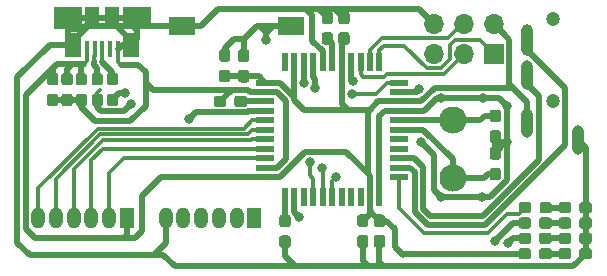
<source format=gbl>
G04 #@! TF.GenerationSoftware,KiCad,Pcbnew,(5.0.2)-1*
G04 #@! TF.CreationDate,2020-04-01T19:52:44+09:00*
G04 #@! TF.ProjectId,controller,636f6e74-726f-46c6-9c65-722e6b696361,rev?*
G04 #@! TF.SameCoordinates,Original*
G04 #@! TF.FileFunction,Copper,L2,Bot*
G04 #@! TF.FilePolarity,Positive*
%FSLAX46Y46*%
G04 Gerber Fmt 4.6, Leading zero omitted, Abs format (unit mm)*
G04 Created by KiCad (PCBNEW (5.0.2)-1) date 2020/04/01 19:52:44*
%MOMM*%
%LPD*%
G01*
G04 APERTURE LIST*
G04 #@! TA.AperFunction,SMDPad,CuDef*
%ADD10R,1.175000X1.900000*%
G04 #@! TD*
G04 #@! TA.AperFunction,SMDPad,CuDef*
%ADD11R,2.375000X1.900000*%
G04 #@! TD*
G04 #@! TA.AperFunction,SMDPad,CuDef*
%ADD12R,1.475000X2.100000*%
G04 #@! TD*
G04 #@! TA.AperFunction,SMDPad,CuDef*
%ADD13R,0.450000X1.380000*%
G04 #@! TD*
G04 #@! TA.AperFunction,ComponentPad*
%ADD14R,1.700000X1.700000*%
G04 #@! TD*
G04 #@! TA.AperFunction,ComponentPad*
%ADD15O,1.700000X1.700000*%
G04 #@! TD*
G04 #@! TA.AperFunction,SMDPad,CuDef*
%ADD16R,0.550000X1.500000*%
G04 #@! TD*
G04 #@! TA.AperFunction,SMDPad,CuDef*
%ADD17R,1.500000X0.550000*%
G04 #@! TD*
G04 #@! TA.AperFunction,ComponentPad*
%ADD18C,2.300000*%
G04 #@! TD*
G04 #@! TA.AperFunction,ComponentPad*
%ADD19O,1.000000X2.500000*%
G04 #@! TD*
G04 #@! TA.AperFunction,ComponentPad*
%ADD20O,1.000000X2.700000*%
G04 #@! TD*
G04 #@! TA.AperFunction,ComponentPad*
%ADD21C,1.200000*%
G04 #@! TD*
G04 #@! TA.AperFunction,Conductor*
%ADD22C,0.100000*%
G04 #@! TD*
G04 #@! TA.AperFunction,SMDPad,CuDef*
%ADD23C,0.950000*%
G04 #@! TD*
G04 #@! TA.AperFunction,SMDPad,CuDef*
%ADD24R,2.180000X1.600000*%
G04 #@! TD*
G04 #@! TA.AperFunction,ComponentPad*
%ADD25O,1.200000X1.800000*%
G04 #@! TD*
G04 #@! TA.AperFunction,ComponentPad*
%ADD26R,1.200000X1.800000*%
G04 #@! TD*
G04 #@! TA.AperFunction,ViaPad*
%ADD27C,0.800000*%
G04 #@! TD*
G04 #@! TA.AperFunction,Conductor*
%ADD28C,0.500000*%
G04 #@! TD*
G04 #@! TA.AperFunction,Conductor*
%ADD29C,0.300000*%
G04 #@! TD*
G04 APERTURE END LIST*
D10*
G04 #@! TO.P,J2,6*
G04 #@! TO.N,GND*
X58777500Y-51400000D03*
X57097500Y-51400000D03*
D11*
X60847500Y-51400000D03*
X55027500Y-51400000D03*
D12*
X60400000Y-53700000D03*
X55475000Y-53700000D03*
D13*
G04 #@! TO.P,J2,5*
X59237500Y-54060000D03*
G04 #@! TO.P,J2,4*
G04 #@! TO.N,Net-(J2-Pad4)*
X58587500Y-54060000D03*
G04 #@! TO.P,J2,3*
G04 #@! TO.N,Net-(J2-Pad3)*
X57937500Y-54060000D03*
G04 #@! TO.P,J2,2*
G04 #@! TO.N,Net-(J2-Pad2)*
X57287500Y-54060000D03*
G04 #@! TO.P,J2,1*
G04 #@! TO.N,+5V*
X56637500Y-54060000D03*
G04 #@! TD*
D14*
G04 #@! TO.P,J1,1*
G04 #@! TO.N,/MISO*
X91100000Y-54500000D03*
D15*
G04 #@! TO.P,J1,2*
G04 #@! TO.N,+5V*
X91100000Y-51960000D03*
G04 #@! TO.P,J1,3*
G04 #@! TO.N,/SCK*
X88560000Y-54500000D03*
G04 #@! TO.P,J1,4*
G04 #@! TO.N,/MOSI*
X88560000Y-51960000D03*
G04 #@! TO.P,J1,5*
G04 #@! TO.N,/RESET*
X86020000Y-54500000D03*
G04 #@! TO.P,J1,6*
G04 #@! TO.N,GND*
X86020000Y-51960000D03*
G04 #@! TD*
D16*
G04 #@! TO.P,U3,1*
G04 #@! TO.N,Net-(U3-Pad1)*
X73400000Y-55200000D03*
G04 #@! TO.P,U3,2*
G04 #@! TO.N,+5V*
X74200000Y-55200000D03*
G04 #@! TO.P,U3,3*
G04 #@! TO.N,/D+*
X75000000Y-55200000D03*
G04 #@! TO.P,U3,4*
G04 #@! TO.N,/D-*
X75800000Y-55200000D03*
G04 #@! TO.P,U3,5*
G04 #@! TO.N,GND*
X76600000Y-55200000D03*
G04 #@! TO.P,U3,6*
G04 #@! TO.N,Net-(C12-Pad1)*
X77400000Y-55200000D03*
G04 #@! TO.P,U3,7*
G04 #@! TO.N,+5V*
X78200000Y-55200000D03*
G04 #@! TO.P,U3,8*
G04 #@! TO.N,/RXLED*
X79000000Y-55200000D03*
G04 #@! TO.P,U3,9*
G04 #@! TO.N,/SCK*
X79800000Y-55200000D03*
G04 #@! TO.P,U3,10*
G04 #@! TO.N,/MOSI*
X80600000Y-55200000D03*
G04 #@! TO.P,U3,11*
G04 #@! TO.N,/MISO*
X81400000Y-55200000D03*
D17*
G04 #@! TO.P,U3,12*
G04 #@! TO.N,/COL_EN*
X83100000Y-56900000D03*
G04 #@! TO.P,U3,13*
G04 #@! TO.N,/RESET*
X83100000Y-57700000D03*
G04 #@! TO.P,U3,14*
G04 #@! TO.N,+5V*
X83100000Y-58500000D03*
G04 #@! TO.P,U3,15*
G04 #@! TO.N,GND*
X83100000Y-59300000D03*
G04 #@! TO.P,U3,16*
G04 #@! TO.N,Net-(C9-Pad1)*
X83100000Y-60100000D03*
G04 #@! TO.P,U3,17*
G04 #@! TO.N,Net-(C8-Pad1)*
X83100000Y-60900000D03*
G04 #@! TO.P,U3,18*
G04 #@! TO.N,Net-(U3-Pad18)*
X83100000Y-61700000D03*
G04 #@! TO.P,U3,19*
G04 #@! TO.N,Net-(U3-Pad19)*
X83100000Y-62500000D03*
G04 #@! TO.P,U3,20*
G04 #@! TO.N,/Rx*
X83100000Y-63300000D03*
G04 #@! TO.P,U3,21*
G04 #@! TO.N,/Tx*
X83100000Y-64100000D03*
G04 #@! TO.P,U3,22*
G04 #@! TO.N,/TXLED*
X83100000Y-64900000D03*
D16*
G04 #@! TO.P,U3,23*
G04 #@! TO.N,GND*
X81400000Y-66600000D03*
G04 #@! TO.P,U3,24*
G04 #@! TO.N,+5V*
X80600000Y-66600000D03*
G04 #@! TO.P,U3,25*
G04 #@! TO.N,Net-(U3-Pad25)*
X79800000Y-66600000D03*
G04 #@! TO.P,U3,26*
G04 #@! TO.N,Net-(U3-Pad26)*
X79000000Y-66600000D03*
G04 #@! TO.P,U3,27*
G04 #@! TO.N,Net-(U3-Pad27)*
X78200000Y-66600000D03*
G04 #@! TO.P,U3,28*
G04 #@! TO.N,/COL_A*
X77400000Y-66600000D03*
G04 #@! TO.P,U3,29*
G04 #@! TO.N,/COL_B*
X76600000Y-66600000D03*
G04 #@! TO.P,U3,30*
G04 #@! TO.N,/COL_C*
X75800000Y-66600000D03*
G04 #@! TO.P,U3,31*
G04 #@! TO.N,Net-(U3-Pad31)*
X75000000Y-66600000D03*
G04 #@! TO.P,U3,32*
G04 #@! TO.N,/CLKLED*
X74200000Y-66600000D03*
G04 #@! TO.P,U3,33*
G04 #@! TO.N,/HWB*
X73400000Y-66600000D03*
D17*
G04 #@! TO.P,U3,34*
G04 #@! TO.N,+5V*
X71700000Y-64900000D03*
G04 #@! TO.P,U3,35*
G04 #@! TO.N,GND*
X71700000Y-64100000D03*
G04 #@! TO.P,U3,36*
G04 #@! TO.N,/MUX_A*
X71700000Y-63300000D03*
G04 #@! TO.P,U3,37*
G04 #@! TO.N,/MUX_B*
X71700000Y-62500000D03*
G04 #@! TO.P,U3,38*
G04 #@! TO.N,/MUX_C*
X71700000Y-61700000D03*
G04 #@! TO.P,U3,39*
G04 #@! TO.N,/MUX_EN*
X71700000Y-60900000D03*
G04 #@! TO.P,U3,40*
G04 #@! TO.N,/DRAIN*
X71700000Y-60100000D03*
G04 #@! TO.P,U3,41*
G04 #@! TO.N,/READ*
X71700000Y-59300000D03*
G04 #@! TO.P,U3,42*
G04 #@! TO.N,Net-(C10-Pad1)*
X71700000Y-58500000D03*
G04 #@! TO.P,U3,43*
G04 #@! TO.N,GND*
X71700000Y-57700000D03*
G04 #@! TO.P,U3,44*
G04 #@! TO.N,+5V*
X71700000Y-56900000D03*
G04 #@! TD*
D18*
G04 #@! TO.P,Y1,1*
G04 #@! TO.N,Net-(C8-Pad1)*
X87600000Y-65000000D03*
G04 #@! TO.P,Y1,2*
G04 #@! TO.N,Net-(C9-Pad1)*
X87600000Y-60100000D03*
G04 #@! TD*
D19*
G04 #@! TO.P,J3,S*
G04 #@! TO.N,GND*
X98200000Y-61800000D03*
G04 #@! TO.P,J3,T*
G04 #@! TO.N,+5V*
X93900000Y-60300000D03*
G04 #@! TO.P,J3,R1*
G04 #@! TO.N,/Rx*
X93900000Y-56300000D03*
D20*
G04 #@! TO.P,J3,R2*
G04 #@! TO.N,/Tx*
X93900000Y-53300000D03*
D21*
G04 #@! TO.P,J3,*
G04 #@! TO.N,*
X96100000Y-51500000D03*
X96100000Y-58500000D03*
G04 #@! TD*
D22*
G04 #@! TO.N,GND*
G04 #@! TO.C,C8*
G36*
X91460779Y-62376144D02*
X91483834Y-62379563D01*
X91506443Y-62385227D01*
X91528387Y-62393079D01*
X91549457Y-62403044D01*
X91569448Y-62415026D01*
X91588168Y-62428910D01*
X91605438Y-62444562D01*
X91621090Y-62461832D01*
X91634974Y-62480552D01*
X91646956Y-62500543D01*
X91656921Y-62521613D01*
X91664773Y-62543557D01*
X91670437Y-62566166D01*
X91673856Y-62589221D01*
X91675000Y-62612500D01*
X91675000Y-63187500D01*
X91673856Y-63210779D01*
X91670437Y-63233834D01*
X91664773Y-63256443D01*
X91656921Y-63278387D01*
X91646956Y-63299457D01*
X91634974Y-63319448D01*
X91621090Y-63338168D01*
X91605438Y-63355438D01*
X91588168Y-63371090D01*
X91569448Y-63384974D01*
X91549457Y-63396956D01*
X91528387Y-63406921D01*
X91506443Y-63414773D01*
X91483834Y-63420437D01*
X91460779Y-63423856D01*
X91437500Y-63425000D01*
X90962500Y-63425000D01*
X90939221Y-63423856D01*
X90916166Y-63420437D01*
X90893557Y-63414773D01*
X90871613Y-63406921D01*
X90850543Y-63396956D01*
X90830552Y-63384974D01*
X90811832Y-63371090D01*
X90794562Y-63355438D01*
X90778910Y-63338168D01*
X90765026Y-63319448D01*
X90753044Y-63299457D01*
X90743079Y-63278387D01*
X90735227Y-63256443D01*
X90729563Y-63233834D01*
X90726144Y-63210779D01*
X90725000Y-63187500D01*
X90725000Y-62612500D01*
X90726144Y-62589221D01*
X90729563Y-62566166D01*
X90735227Y-62543557D01*
X90743079Y-62521613D01*
X90753044Y-62500543D01*
X90765026Y-62480552D01*
X90778910Y-62461832D01*
X90794562Y-62444562D01*
X90811832Y-62428910D01*
X90830552Y-62415026D01*
X90850543Y-62403044D01*
X90871613Y-62393079D01*
X90893557Y-62385227D01*
X90916166Y-62379563D01*
X90939221Y-62376144D01*
X90962500Y-62375000D01*
X91437500Y-62375000D01*
X91460779Y-62376144D01*
X91460779Y-62376144D01*
G37*
D23*
G04 #@! TD*
G04 #@! TO.P,C8,2*
G04 #@! TO.N,GND*
X91200000Y-62900000D03*
D22*
G04 #@! TO.N,Net-(C8-Pad1)*
G04 #@! TO.C,C8*
G36*
X91460779Y-64126144D02*
X91483834Y-64129563D01*
X91506443Y-64135227D01*
X91528387Y-64143079D01*
X91549457Y-64153044D01*
X91569448Y-64165026D01*
X91588168Y-64178910D01*
X91605438Y-64194562D01*
X91621090Y-64211832D01*
X91634974Y-64230552D01*
X91646956Y-64250543D01*
X91656921Y-64271613D01*
X91664773Y-64293557D01*
X91670437Y-64316166D01*
X91673856Y-64339221D01*
X91675000Y-64362500D01*
X91675000Y-64937500D01*
X91673856Y-64960779D01*
X91670437Y-64983834D01*
X91664773Y-65006443D01*
X91656921Y-65028387D01*
X91646956Y-65049457D01*
X91634974Y-65069448D01*
X91621090Y-65088168D01*
X91605438Y-65105438D01*
X91588168Y-65121090D01*
X91569448Y-65134974D01*
X91549457Y-65146956D01*
X91528387Y-65156921D01*
X91506443Y-65164773D01*
X91483834Y-65170437D01*
X91460779Y-65173856D01*
X91437500Y-65175000D01*
X90962500Y-65175000D01*
X90939221Y-65173856D01*
X90916166Y-65170437D01*
X90893557Y-65164773D01*
X90871613Y-65156921D01*
X90850543Y-65146956D01*
X90830552Y-65134974D01*
X90811832Y-65121090D01*
X90794562Y-65105438D01*
X90778910Y-65088168D01*
X90765026Y-65069448D01*
X90753044Y-65049457D01*
X90743079Y-65028387D01*
X90735227Y-65006443D01*
X90729563Y-64983834D01*
X90726144Y-64960779D01*
X90725000Y-64937500D01*
X90725000Y-64362500D01*
X90726144Y-64339221D01*
X90729563Y-64316166D01*
X90735227Y-64293557D01*
X90743079Y-64271613D01*
X90753044Y-64250543D01*
X90765026Y-64230552D01*
X90778910Y-64211832D01*
X90794562Y-64194562D01*
X90811832Y-64178910D01*
X90830552Y-64165026D01*
X90850543Y-64153044D01*
X90871613Y-64143079D01*
X90893557Y-64135227D01*
X90916166Y-64129563D01*
X90939221Y-64126144D01*
X90962500Y-64125000D01*
X91437500Y-64125000D01*
X91460779Y-64126144D01*
X91460779Y-64126144D01*
G37*
D23*
G04 #@! TD*
G04 #@! TO.P,C8,1*
G04 #@! TO.N,Net-(C8-Pad1)*
X91200000Y-64650000D03*
D22*
G04 #@! TO.N,Net-(C9-Pad1)*
G04 #@! TO.C,C9*
G36*
X91460779Y-59201144D02*
X91483834Y-59204563D01*
X91506443Y-59210227D01*
X91528387Y-59218079D01*
X91549457Y-59228044D01*
X91569448Y-59240026D01*
X91588168Y-59253910D01*
X91605438Y-59269562D01*
X91621090Y-59286832D01*
X91634974Y-59305552D01*
X91646956Y-59325543D01*
X91656921Y-59346613D01*
X91664773Y-59368557D01*
X91670437Y-59391166D01*
X91673856Y-59414221D01*
X91675000Y-59437500D01*
X91675000Y-60012500D01*
X91673856Y-60035779D01*
X91670437Y-60058834D01*
X91664773Y-60081443D01*
X91656921Y-60103387D01*
X91646956Y-60124457D01*
X91634974Y-60144448D01*
X91621090Y-60163168D01*
X91605438Y-60180438D01*
X91588168Y-60196090D01*
X91569448Y-60209974D01*
X91549457Y-60221956D01*
X91528387Y-60231921D01*
X91506443Y-60239773D01*
X91483834Y-60245437D01*
X91460779Y-60248856D01*
X91437500Y-60250000D01*
X90962500Y-60250000D01*
X90939221Y-60248856D01*
X90916166Y-60245437D01*
X90893557Y-60239773D01*
X90871613Y-60231921D01*
X90850543Y-60221956D01*
X90830552Y-60209974D01*
X90811832Y-60196090D01*
X90794562Y-60180438D01*
X90778910Y-60163168D01*
X90765026Y-60144448D01*
X90753044Y-60124457D01*
X90743079Y-60103387D01*
X90735227Y-60081443D01*
X90729563Y-60058834D01*
X90726144Y-60035779D01*
X90725000Y-60012500D01*
X90725000Y-59437500D01*
X90726144Y-59414221D01*
X90729563Y-59391166D01*
X90735227Y-59368557D01*
X90743079Y-59346613D01*
X90753044Y-59325543D01*
X90765026Y-59305552D01*
X90778910Y-59286832D01*
X90794562Y-59269562D01*
X90811832Y-59253910D01*
X90830552Y-59240026D01*
X90850543Y-59228044D01*
X90871613Y-59218079D01*
X90893557Y-59210227D01*
X90916166Y-59204563D01*
X90939221Y-59201144D01*
X90962500Y-59200000D01*
X91437500Y-59200000D01*
X91460779Y-59201144D01*
X91460779Y-59201144D01*
G37*
D23*
G04 #@! TD*
G04 #@! TO.P,C9,1*
G04 #@! TO.N,Net-(C9-Pad1)*
X91200000Y-59725000D03*
D22*
G04 #@! TO.N,GND*
G04 #@! TO.C,C9*
G36*
X91460779Y-60951144D02*
X91483834Y-60954563D01*
X91506443Y-60960227D01*
X91528387Y-60968079D01*
X91549457Y-60978044D01*
X91569448Y-60990026D01*
X91588168Y-61003910D01*
X91605438Y-61019562D01*
X91621090Y-61036832D01*
X91634974Y-61055552D01*
X91646956Y-61075543D01*
X91656921Y-61096613D01*
X91664773Y-61118557D01*
X91670437Y-61141166D01*
X91673856Y-61164221D01*
X91675000Y-61187500D01*
X91675000Y-61762500D01*
X91673856Y-61785779D01*
X91670437Y-61808834D01*
X91664773Y-61831443D01*
X91656921Y-61853387D01*
X91646956Y-61874457D01*
X91634974Y-61894448D01*
X91621090Y-61913168D01*
X91605438Y-61930438D01*
X91588168Y-61946090D01*
X91569448Y-61959974D01*
X91549457Y-61971956D01*
X91528387Y-61981921D01*
X91506443Y-61989773D01*
X91483834Y-61995437D01*
X91460779Y-61998856D01*
X91437500Y-62000000D01*
X90962500Y-62000000D01*
X90939221Y-61998856D01*
X90916166Y-61995437D01*
X90893557Y-61989773D01*
X90871613Y-61981921D01*
X90850543Y-61971956D01*
X90830552Y-61959974D01*
X90811832Y-61946090D01*
X90794562Y-61930438D01*
X90778910Y-61913168D01*
X90765026Y-61894448D01*
X90753044Y-61874457D01*
X90743079Y-61853387D01*
X90735227Y-61831443D01*
X90729563Y-61808834D01*
X90726144Y-61785779D01*
X90725000Y-61762500D01*
X90725000Y-61187500D01*
X90726144Y-61164221D01*
X90729563Y-61141166D01*
X90735227Y-61118557D01*
X90743079Y-61096613D01*
X90753044Y-61075543D01*
X90765026Y-61055552D01*
X90778910Y-61036832D01*
X90794562Y-61019562D01*
X90811832Y-61003910D01*
X90830552Y-60990026D01*
X90850543Y-60978044D01*
X90871613Y-60968079D01*
X90893557Y-60960227D01*
X90916166Y-60954563D01*
X90939221Y-60951144D01*
X90962500Y-60950000D01*
X91437500Y-60950000D01*
X91460779Y-60951144D01*
X91460779Y-60951144D01*
G37*
D23*
G04 #@! TD*
G04 #@! TO.P,C9,2*
G04 #@! TO.N,GND*
X91200000Y-61475000D03*
D22*
G04 #@! TO.N,Net-(C10-Pad1)*
G04 #@! TO.C,C10*
G36*
X69960779Y-58026144D02*
X69983834Y-58029563D01*
X70006443Y-58035227D01*
X70028387Y-58043079D01*
X70049457Y-58053044D01*
X70069448Y-58065026D01*
X70088168Y-58078910D01*
X70105438Y-58094562D01*
X70121090Y-58111832D01*
X70134974Y-58130552D01*
X70146956Y-58150543D01*
X70156921Y-58171613D01*
X70164773Y-58193557D01*
X70170437Y-58216166D01*
X70173856Y-58239221D01*
X70175000Y-58262500D01*
X70175000Y-58737500D01*
X70173856Y-58760779D01*
X70170437Y-58783834D01*
X70164773Y-58806443D01*
X70156921Y-58828387D01*
X70146956Y-58849457D01*
X70134974Y-58869448D01*
X70121090Y-58888168D01*
X70105438Y-58905438D01*
X70088168Y-58921090D01*
X70069448Y-58934974D01*
X70049457Y-58946956D01*
X70028387Y-58956921D01*
X70006443Y-58964773D01*
X69983834Y-58970437D01*
X69960779Y-58973856D01*
X69937500Y-58975000D01*
X69362500Y-58975000D01*
X69339221Y-58973856D01*
X69316166Y-58970437D01*
X69293557Y-58964773D01*
X69271613Y-58956921D01*
X69250543Y-58946956D01*
X69230552Y-58934974D01*
X69211832Y-58921090D01*
X69194562Y-58905438D01*
X69178910Y-58888168D01*
X69165026Y-58869448D01*
X69153044Y-58849457D01*
X69143079Y-58828387D01*
X69135227Y-58806443D01*
X69129563Y-58783834D01*
X69126144Y-58760779D01*
X69125000Y-58737500D01*
X69125000Y-58262500D01*
X69126144Y-58239221D01*
X69129563Y-58216166D01*
X69135227Y-58193557D01*
X69143079Y-58171613D01*
X69153044Y-58150543D01*
X69165026Y-58130552D01*
X69178910Y-58111832D01*
X69194562Y-58094562D01*
X69211832Y-58078910D01*
X69230552Y-58065026D01*
X69250543Y-58053044D01*
X69271613Y-58043079D01*
X69293557Y-58035227D01*
X69316166Y-58029563D01*
X69339221Y-58026144D01*
X69362500Y-58025000D01*
X69937500Y-58025000D01*
X69960779Y-58026144D01*
X69960779Y-58026144D01*
G37*
D23*
G04 #@! TD*
G04 #@! TO.P,C10,1*
G04 #@! TO.N,Net-(C10-Pad1)*
X69650000Y-58500000D03*
D22*
G04 #@! TO.N,GND*
G04 #@! TO.C,C10*
G36*
X68210779Y-58026144D02*
X68233834Y-58029563D01*
X68256443Y-58035227D01*
X68278387Y-58043079D01*
X68299457Y-58053044D01*
X68319448Y-58065026D01*
X68338168Y-58078910D01*
X68355438Y-58094562D01*
X68371090Y-58111832D01*
X68384974Y-58130552D01*
X68396956Y-58150543D01*
X68406921Y-58171613D01*
X68414773Y-58193557D01*
X68420437Y-58216166D01*
X68423856Y-58239221D01*
X68425000Y-58262500D01*
X68425000Y-58737500D01*
X68423856Y-58760779D01*
X68420437Y-58783834D01*
X68414773Y-58806443D01*
X68406921Y-58828387D01*
X68396956Y-58849457D01*
X68384974Y-58869448D01*
X68371090Y-58888168D01*
X68355438Y-58905438D01*
X68338168Y-58921090D01*
X68319448Y-58934974D01*
X68299457Y-58946956D01*
X68278387Y-58956921D01*
X68256443Y-58964773D01*
X68233834Y-58970437D01*
X68210779Y-58973856D01*
X68187500Y-58975000D01*
X67612500Y-58975000D01*
X67589221Y-58973856D01*
X67566166Y-58970437D01*
X67543557Y-58964773D01*
X67521613Y-58956921D01*
X67500543Y-58946956D01*
X67480552Y-58934974D01*
X67461832Y-58921090D01*
X67444562Y-58905438D01*
X67428910Y-58888168D01*
X67415026Y-58869448D01*
X67403044Y-58849457D01*
X67393079Y-58828387D01*
X67385227Y-58806443D01*
X67379563Y-58783834D01*
X67376144Y-58760779D01*
X67375000Y-58737500D01*
X67375000Y-58262500D01*
X67376144Y-58239221D01*
X67379563Y-58216166D01*
X67385227Y-58193557D01*
X67393079Y-58171613D01*
X67403044Y-58150543D01*
X67415026Y-58130552D01*
X67428910Y-58111832D01*
X67444562Y-58094562D01*
X67461832Y-58078910D01*
X67480552Y-58065026D01*
X67500543Y-58053044D01*
X67521613Y-58043079D01*
X67543557Y-58035227D01*
X67566166Y-58029563D01*
X67589221Y-58026144D01*
X67612500Y-58025000D01*
X68187500Y-58025000D01*
X68210779Y-58026144D01*
X68210779Y-58026144D01*
G37*
D23*
G04 #@! TD*
G04 #@! TO.P,C10,2*
G04 #@! TO.N,GND*
X67900000Y-58500000D03*
D22*
G04 #@! TO.N,GND*
G04 #@! TO.C,C11*
G36*
X78660779Y-50901144D02*
X78683834Y-50904563D01*
X78706443Y-50910227D01*
X78728387Y-50918079D01*
X78749457Y-50928044D01*
X78769448Y-50940026D01*
X78788168Y-50953910D01*
X78805438Y-50969562D01*
X78821090Y-50986832D01*
X78834974Y-51005552D01*
X78846956Y-51025543D01*
X78856921Y-51046613D01*
X78864773Y-51068557D01*
X78870437Y-51091166D01*
X78873856Y-51114221D01*
X78875000Y-51137500D01*
X78875000Y-51712500D01*
X78873856Y-51735779D01*
X78870437Y-51758834D01*
X78864773Y-51781443D01*
X78856921Y-51803387D01*
X78846956Y-51824457D01*
X78834974Y-51844448D01*
X78821090Y-51863168D01*
X78805438Y-51880438D01*
X78788168Y-51896090D01*
X78769448Y-51909974D01*
X78749457Y-51921956D01*
X78728387Y-51931921D01*
X78706443Y-51939773D01*
X78683834Y-51945437D01*
X78660779Y-51948856D01*
X78637500Y-51950000D01*
X78162500Y-51950000D01*
X78139221Y-51948856D01*
X78116166Y-51945437D01*
X78093557Y-51939773D01*
X78071613Y-51931921D01*
X78050543Y-51921956D01*
X78030552Y-51909974D01*
X78011832Y-51896090D01*
X77994562Y-51880438D01*
X77978910Y-51863168D01*
X77965026Y-51844448D01*
X77953044Y-51824457D01*
X77943079Y-51803387D01*
X77935227Y-51781443D01*
X77929563Y-51758834D01*
X77926144Y-51735779D01*
X77925000Y-51712500D01*
X77925000Y-51137500D01*
X77926144Y-51114221D01*
X77929563Y-51091166D01*
X77935227Y-51068557D01*
X77943079Y-51046613D01*
X77953044Y-51025543D01*
X77965026Y-51005552D01*
X77978910Y-50986832D01*
X77994562Y-50969562D01*
X78011832Y-50953910D01*
X78030552Y-50940026D01*
X78050543Y-50928044D01*
X78071613Y-50918079D01*
X78093557Y-50910227D01*
X78116166Y-50904563D01*
X78139221Y-50901144D01*
X78162500Y-50900000D01*
X78637500Y-50900000D01*
X78660779Y-50901144D01*
X78660779Y-50901144D01*
G37*
D23*
G04 #@! TD*
G04 #@! TO.P,C11,2*
G04 #@! TO.N,GND*
X78400000Y-51425000D03*
D22*
G04 #@! TO.N,+5V*
G04 #@! TO.C,C11*
G36*
X78660779Y-52651144D02*
X78683834Y-52654563D01*
X78706443Y-52660227D01*
X78728387Y-52668079D01*
X78749457Y-52678044D01*
X78769448Y-52690026D01*
X78788168Y-52703910D01*
X78805438Y-52719562D01*
X78821090Y-52736832D01*
X78834974Y-52755552D01*
X78846956Y-52775543D01*
X78856921Y-52796613D01*
X78864773Y-52818557D01*
X78870437Y-52841166D01*
X78873856Y-52864221D01*
X78875000Y-52887500D01*
X78875000Y-53462500D01*
X78873856Y-53485779D01*
X78870437Y-53508834D01*
X78864773Y-53531443D01*
X78856921Y-53553387D01*
X78846956Y-53574457D01*
X78834974Y-53594448D01*
X78821090Y-53613168D01*
X78805438Y-53630438D01*
X78788168Y-53646090D01*
X78769448Y-53659974D01*
X78749457Y-53671956D01*
X78728387Y-53681921D01*
X78706443Y-53689773D01*
X78683834Y-53695437D01*
X78660779Y-53698856D01*
X78637500Y-53700000D01*
X78162500Y-53700000D01*
X78139221Y-53698856D01*
X78116166Y-53695437D01*
X78093557Y-53689773D01*
X78071613Y-53681921D01*
X78050543Y-53671956D01*
X78030552Y-53659974D01*
X78011832Y-53646090D01*
X77994562Y-53630438D01*
X77978910Y-53613168D01*
X77965026Y-53594448D01*
X77953044Y-53574457D01*
X77943079Y-53553387D01*
X77935227Y-53531443D01*
X77929563Y-53508834D01*
X77926144Y-53485779D01*
X77925000Y-53462500D01*
X77925000Y-52887500D01*
X77926144Y-52864221D01*
X77929563Y-52841166D01*
X77935227Y-52818557D01*
X77943079Y-52796613D01*
X77953044Y-52775543D01*
X77965026Y-52755552D01*
X77978910Y-52736832D01*
X77994562Y-52719562D01*
X78011832Y-52703910D01*
X78030552Y-52690026D01*
X78050543Y-52678044D01*
X78071613Y-52668079D01*
X78093557Y-52660227D01*
X78116166Y-52654563D01*
X78139221Y-52651144D01*
X78162500Y-52650000D01*
X78637500Y-52650000D01*
X78660779Y-52651144D01*
X78660779Y-52651144D01*
G37*
D23*
G04 #@! TD*
G04 #@! TO.P,C11,1*
G04 #@! TO.N,+5V*
X78400000Y-53175000D03*
D22*
G04 #@! TO.N,GND*
G04 #@! TO.C,C12*
G36*
X77260779Y-50901144D02*
X77283834Y-50904563D01*
X77306443Y-50910227D01*
X77328387Y-50918079D01*
X77349457Y-50928044D01*
X77369448Y-50940026D01*
X77388168Y-50953910D01*
X77405438Y-50969562D01*
X77421090Y-50986832D01*
X77434974Y-51005552D01*
X77446956Y-51025543D01*
X77456921Y-51046613D01*
X77464773Y-51068557D01*
X77470437Y-51091166D01*
X77473856Y-51114221D01*
X77475000Y-51137500D01*
X77475000Y-51712500D01*
X77473856Y-51735779D01*
X77470437Y-51758834D01*
X77464773Y-51781443D01*
X77456921Y-51803387D01*
X77446956Y-51824457D01*
X77434974Y-51844448D01*
X77421090Y-51863168D01*
X77405438Y-51880438D01*
X77388168Y-51896090D01*
X77369448Y-51909974D01*
X77349457Y-51921956D01*
X77328387Y-51931921D01*
X77306443Y-51939773D01*
X77283834Y-51945437D01*
X77260779Y-51948856D01*
X77237500Y-51950000D01*
X76762500Y-51950000D01*
X76739221Y-51948856D01*
X76716166Y-51945437D01*
X76693557Y-51939773D01*
X76671613Y-51931921D01*
X76650543Y-51921956D01*
X76630552Y-51909974D01*
X76611832Y-51896090D01*
X76594562Y-51880438D01*
X76578910Y-51863168D01*
X76565026Y-51844448D01*
X76553044Y-51824457D01*
X76543079Y-51803387D01*
X76535227Y-51781443D01*
X76529563Y-51758834D01*
X76526144Y-51735779D01*
X76525000Y-51712500D01*
X76525000Y-51137500D01*
X76526144Y-51114221D01*
X76529563Y-51091166D01*
X76535227Y-51068557D01*
X76543079Y-51046613D01*
X76553044Y-51025543D01*
X76565026Y-51005552D01*
X76578910Y-50986832D01*
X76594562Y-50969562D01*
X76611832Y-50953910D01*
X76630552Y-50940026D01*
X76650543Y-50928044D01*
X76671613Y-50918079D01*
X76693557Y-50910227D01*
X76716166Y-50904563D01*
X76739221Y-50901144D01*
X76762500Y-50900000D01*
X77237500Y-50900000D01*
X77260779Y-50901144D01*
X77260779Y-50901144D01*
G37*
D23*
G04 #@! TD*
G04 #@! TO.P,C12,2*
G04 #@! TO.N,GND*
X77000000Y-51425000D03*
D22*
G04 #@! TO.N,Net-(C12-Pad1)*
G04 #@! TO.C,C12*
G36*
X77260779Y-52651144D02*
X77283834Y-52654563D01*
X77306443Y-52660227D01*
X77328387Y-52668079D01*
X77349457Y-52678044D01*
X77369448Y-52690026D01*
X77388168Y-52703910D01*
X77405438Y-52719562D01*
X77421090Y-52736832D01*
X77434974Y-52755552D01*
X77446956Y-52775543D01*
X77456921Y-52796613D01*
X77464773Y-52818557D01*
X77470437Y-52841166D01*
X77473856Y-52864221D01*
X77475000Y-52887500D01*
X77475000Y-53462500D01*
X77473856Y-53485779D01*
X77470437Y-53508834D01*
X77464773Y-53531443D01*
X77456921Y-53553387D01*
X77446956Y-53574457D01*
X77434974Y-53594448D01*
X77421090Y-53613168D01*
X77405438Y-53630438D01*
X77388168Y-53646090D01*
X77369448Y-53659974D01*
X77349457Y-53671956D01*
X77328387Y-53681921D01*
X77306443Y-53689773D01*
X77283834Y-53695437D01*
X77260779Y-53698856D01*
X77237500Y-53700000D01*
X76762500Y-53700000D01*
X76739221Y-53698856D01*
X76716166Y-53695437D01*
X76693557Y-53689773D01*
X76671613Y-53681921D01*
X76650543Y-53671956D01*
X76630552Y-53659974D01*
X76611832Y-53646090D01*
X76594562Y-53630438D01*
X76578910Y-53613168D01*
X76565026Y-53594448D01*
X76553044Y-53574457D01*
X76543079Y-53553387D01*
X76535227Y-53531443D01*
X76529563Y-53508834D01*
X76526144Y-53485779D01*
X76525000Y-53462500D01*
X76525000Y-52887500D01*
X76526144Y-52864221D01*
X76529563Y-52841166D01*
X76535227Y-52818557D01*
X76543079Y-52796613D01*
X76553044Y-52775543D01*
X76565026Y-52755552D01*
X76578910Y-52736832D01*
X76594562Y-52719562D01*
X76611832Y-52703910D01*
X76630552Y-52690026D01*
X76650543Y-52678044D01*
X76671613Y-52668079D01*
X76693557Y-52660227D01*
X76716166Y-52654563D01*
X76739221Y-52651144D01*
X76762500Y-52650000D01*
X77237500Y-52650000D01*
X77260779Y-52651144D01*
X77260779Y-52651144D01*
G37*
D23*
G04 #@! TD*
G04 #@! TO.P,C12,1*
G04 #@! TO.N,Net-(C12-Pad1)*
X77000000Y-53175000D03*
D22*
G04 #@! TO.N,+5V*
G04 #@! TO.C,C13*
G36*
X81660779Y-68076144D02*
X81683834Y-68079563D01*
X81706443Y-68085227D01*
X81728387Y-68093079D01*
X81749457Y-68103044D01*
X81769448Y-68115026D01*
X81788168Y-68128910D01*
X81805438Y-68144562D01*
X81821090Y-68161832D01*
X81834974Y-68180552D01*
X81846956Y-68200543D01*
X81856921Y-68221613D01*
X81864773Y-68243557D01*
X81870437Y-68266166D01*
X81873856Y-68289221D01*
X81875000Y-68312500D01*
X81875000Y-68887500D01*
X81873856Y-68910779D01*
X81870437Y-68933834D01*
X81864773Y-68956443D01*
X81856921Y-68978387D01*
X81846956Y-68999457D01*
X81834974Y-69019448D01*
X81821090Y-69038168D01*
X81805438Y-69055438D01*
X81788168Y-69071090D01*
X81769448Y-69084974D01*
X81749457Y-69096956D01*
X81728387Y-69106921D01*
X81706443Y-69114773D01*
X81683834Y-69120437D01*
X81660779Y-69123856D01*
X81637500Y-69125000D01*
X81162500Y-69125000D01*
X81139221Y-69123856D01*
X81116166Y-69120437D01*
X81093557Y-69114773D01*
X81071613Y-69106921D01*
X81050543Y-69096956D01*
X81030552Y-69084974D01*
X81011832Y-69071090D01*
X80994562Y-69055438D01*
X80978910Y-69038168D01*
X80965026Y-69019448D01*
X80953044Y-68999457D01*
X80943079Y-68978387D01*
X80935227Y-68956443D01*
X80929563Y-68933834D01*
X80926144Y-68910779D01*
X80925000Y-68887500D01*
X80925000Y-68312500D01*
X80926144Y-68289221D01*
X80929563Y-68266166D01*
X80935227Y-68243557D01*
X80943079Y-68221613D01*
X80953044Y-68200543D01*
X80965026Y-68180552D01*
X80978910Y-68161832D01*
X80994562Y-68144562D01*
X81011832Y-68128910D01*
X81030552Y-68115026D01*
X81050543Y-68103044D01*
X81071613Y-68093079D01*
X81093557Y-68085227D01*
X81116166Y-68079563D01*
X81139221Y-68076144D01*
X81162500Y-68075000D01*
X81637500Y-68075000D01*
X81660779Y-68076144D01*
X81660779Y-68076144D01*
G37*
D23*
G04 #@! TD*
G04 #@! TO.P,C13,2*
G04 #@! TO.N,+5V*
X81400000Y-68600000D03*
D22*
G04 #@! TO.N,GND*
G04 #@! TO.C,C13*
G36*
X81660779Y-69826144D02*
X81683834Y-69829563D01*
X81706443Y-69835227D01*
X81728387Y-69843079D01*
X81749457Y-69853044D01*
X81769448Y-69865026D01*
X81788168Y-69878910D01*
X81805438Y-69894562D01*
X81821090Y-69911832D01*
X81834974Y-69930552D01*
X81846956Y-69950543D01*
X81856921Y-69971613D01*
X81864773Y-69993557D01*
X81870437Y-70016166D01*
X81873856Y-70039221D01*
X81875000Y-70062500D01*
X81875000Y-70637500D01*
X81873856Y-70660779D01*
X81870437Y-70683834D01*
X81864773Y-70706443D01*
X81856921Y-70728387D01*
X81846956Y-70749457D01*
X81834974Y-70769448D01*
X81821090Y-70788168D01*
X81805438Y-70805438D01*
X81788168Y-70821090D01*
X81769448Y-70834974D01*
X81749457Y-70846956D01*
X81728387Y-70856921D01*
X81706443Y-70864773D01*
X81683834Y-70870437D01*
X81660779Y-70873856D01*
X81637500Y-70875000D01*
X81162500Y-70875000D01*
X81139221Y-70873856D01*
X81116166Y-70870437D01*
X81093557Y-70864773D01*
X81071613Y-70856921D01*
X81050543Y-70846956D01*
X81030552Y-70834974D01*
X81011832Y-70821090D01*
X80994562Y-70805438D01*
X80978910Y-70788168D01*
X80965026Y-70769448D01*
X80953044Y-70749457D01*
X80943079Y-70728387D01*
X80935227Y-70706443D01*
X80929563Y-70683834D01*
X80926144Y-70660779D01*
X80925000Y-70637500D01*
X80925000Y-70062500D01*
X80926144Y-70039221D01*
X80929563Y-70016166D01*
X80935227Y-69993557D01*
X80943079Y-69971613D01*
X80953044Y-69950543D01*
X80965026Y-69930552D01*
X80978910Y-69911832D01*
X80994562Y-69894562D01*
X81011832Y-69878910D01*
X81030552Y-69865026D01*
X81050543Y-69853044D01*
X81071613Y-69843079D01*
X81093557Y-69835227D01*
X81116166Y-69829563D01*
X81139221Y-69826144D01*
X81162500Y-69825000D01*
X81637500Y-69825000D01*
X81660779Y-69826144D01*
X81660779Y-69826144D01*
G37*
D23*
G04 #@! TD*
G04 #@! TO.P,C13,1*
G04 #@! TO.N,GND*
X81400000Y-70350000D03*
D22*
G04 #@! TO.N,GND*
G04 #@! TO.C,C14*
G36*
X80260779Y-69826144D02*
X80283834Y-69829563D01*
X80306443Y-69835227D01*
X80328387Y-69843079D01*
X80349457Y-69853044D01*
X80369448Y-69865026D01*
X80388168Y-69878910D01*
X80405438Y-69894562D01*
X80421090Y-69911832D01*
X80434974Y-69930552D01*
X80446956Y-69950543D01*
X80456921Y-69971613D01*
X80464773Y-69993557D01*
X80470437Y-70016166D01*
X80473856Y-70039221D01*
X80475000Y-70062500D01*
X80475000Y-70637500D01*
X80473856Y-70660779D01*
X80470437Y-70683834D01*
X80464773Y-70706443D01*
X80456921Y-70728387D01*
X80446956Y-70749457D01*
X80434974Y-70769448D01*
X80421090Y-70788168D01*
X80405438Y-70805438D01*
X80388168Y-70821090D01*
X80369448Y-70834974D01*
X80349457Y-70846956D01*
X80328387Y-70856921D01*
X80306443Y-70864773D01*
X80283834Y-70870437D01*
X80260779Y-70873856D01*
X80237500Y-70875000D01*
X79762500Y-70875000D01*
X79739221Y-70873856D01*
X79716166Y-70870437D01*
X79693557Y-70864773D01*
X79671613Y-70856921D01*
X79650543Y-70846956D01*
X79630552Y-70834974D01*
X79611832Y-70821090D01*
X79594562Y-70805438D01*
X79578910Y-70788168D01*
X79565026Y-70769448D01*
X79553044Y-70749457D01*
X79543079Y-70728387D01*
X79535227Y-70706443D01*
X79529563Y-70683834D01*
X79526144Y-70660779D01*
X79525000Y-70637500D01*
X79525000Y-70062500D01*
X79526144Y-70039221D01*
X79529563Y-70016166D01*
X79535227Y-69993557D01*
X79543079Y-69971613D01*
X79553044Y-69950543D01*
X79565026Y-69930552D01*
X79578910Y-69911832D01*
X79594562Y-69894562D01*
X79611832Y-69878910D01*
X79630552Y-69865026D01*
X79650543Y-69853044D01*
X79671613Y-69843079D01*
X79693557Y-69835227D01*
X79716166Y-69829563D01*
X79739221Y-69826144D01*
X79762500Y-69825000D01*
X80237500Y-69825000D01*
X80260779Y-69826144D01*
X80260779Y-69826144D01*
G37*
D23*
G04 #@! TD*
G04 #@! TO.P,C14,1*
G04 #@! TO.N,GND*
X80000000Y-70350000D03*
D22*
G04 #@! TO.N,+5V*
G04 #@! TO.C,C14*
G36*
X80260779Y-68076144D02*
X80283834Y-68079563D01*
X80306443Y-68085227D01*
X80328387Y-68093079D01*
X80349457Y-68103044D01*
X80369448Y-68115026D01*
X80388168Y-68128910D01*
X80405438Y-68144562D01*
X80421090Y-68161832D01*
X80434974Y-68180552D01*
X80446956Y-68200543D01*
X80456921Y-68221613D01*
X80464773Y-68243557D01*
X80470437Y-68266166D01*
X80473856Y-68289221D01*
X80475000Y-68312500D01*
X80475000Y-68887500D01*
X80473856Y-68910779D01*
X80470437Y-68933834D01*
X80464773Y-68956443D01*
X80456921Y-68978387D01*
X80446956Y-68999457D01*
X80434974Y-69019448D01*
X80421090Y-69038168D01*
X80405438Y-69055438D01*
X80388168Y-69071090D01*
X80369448Y-69084974D01*
X80349457Y-69096956D01*
X80328387Y-69106921D01*
X80306443Y-69114773D01*
X80283834Y-69120437D01*
X80260779Y-69123856D01*
X80237500Y-69125000D01*
X79762500Y-69125000D01*
X79739221Y-69123856D01*
X79716166Y-69120437D01*
X79693557Y-69114773D01*
X79671613Y-69106921D01*
X79650543Y-69096956D01*
X79630552Y-69084974D01*
X79611832Y-69071090D01*
X79594562Y-69055438D01*
X79578910Y-69038168D01*
X79565026Y-69019448D01*
X79553044Y-68999457D01*
X79543079Y-68978387D01*
X79535227Y-68956443D01*
X79529563Y-68933834D01*
X79526144Y-68910779D01*
X79525000Y-68887500D01*
X79525000Y-68312500D01*
X79526144Y-68289221D01*
X79529563Y-68266166D01*
X79535227Y-68243557D01*
X79543079Y-68221613D01*
X79553044Y-68200543D01*
X79565026Y-68180552D01*
X79578910Y-68161832D01*
X79594562Y-68144562D01*
X79611832Y-68128910D01*
X79630552Y-68115026D01*
X79650543Y-68103044D01*
X79671613Y-68093079D01*
X79693557Y-68085227D01*
X79716166Y-68079563D01*
X79739221Y-68076144D01*
X79762500Y-68075000D01*
X80237500Y-68075000D01*
X80260779Y-68076144D01*
X80260779Y-68076144D01*
G37*
D23*
G04 #@! TD*
G04 #@! TO.P,C14,2*
G04 #@! TO.N,+5V*
X80000000Y-68600000D03*
D22*
G04 #@! TO.N,GND*
G04 #@! TO.C,C15*
G36*
X55210779Y-57851144D02*
X55233834Y-57854563D01*
X55256443Y-57860227D01*
X55278387Y-57868079D01*
X55299457Y-57878044D01*
X55319448Y-57890026D01*
X55338168Y-57903910D01*
X55355438Y-57919562D01*
X55371090Y-57936832D01*
X55384974Y-57955552D01*
X55396956Y-57975543D01*
X55406921Y-57996613D01*
X55414773Y-58018557D01*
X55420437Y-58041166D01*
X55423856Y-58064221D01*
X55425000Y-58087500D01*
X55425000Y-58662500D01*
X55423856Y-58685779D01*
X55420437Y-58708834D01*
X55414773Y-58731443D01*
X55406921Y-58753387D01*
X55396956Y-58774457D01*
X55384974Y-58794448D01*
X55371090Y-58813168D01*
X55355438Y-58830438D01*
X55338168Y-58846090D01*
X55319448Y-58859974D01*
X55299457Y-58871956D01*
X55278387Y-58881921D01*
X55256443Y-58889773D01*
X55233834Y-58895437D01*
X55210779Y-58898856D01*
X55187500Y-58900000D01*
X54712500Y-58900000D01*
X54689221Y-58898856D01*
X54666166Y-58895437D01*
X54643557Y-58889773D01*
X54621613Y-58881921D01*
X54600543Y-58871956D01*
X54580552Y-58859974D01*
X54561832Y-58846090D01*
X54544562Y-58830438D01*
X54528910Y-58813168D01*
X54515026Y-58794448D01*
X54503044Y-58774457D01*
X54493079Y-58753387D01*
X54485227Y-58731443D01*
X54479563Y-58708834D01*
X54476144Y-58685779D01*
X54475000Y-58662500D01*
X54475000Y-58087500D01*
X54476144Y-58064221D01*
X54479563Y-58041166D01*
X54485227Y-58018557D01*
X54493079Y-57996613D01*
X54503044Y-57975543D01*
X54515026Y-57955552D01*
X54528910Y-57936832D01*
X54544562Y-57919562D01*
X54561832Y-57903910D01*
X54580552Y-57890026D01*
X54600543Y-57878044D01*
X54621613Y-57868079D01*
X54643557Y-57860227D01*
X54666166Y-57854563D01*
X54689221Y-57851144D01*
X54712500Y-57850000D01*
X55187500Y-57850000D01*
X55210779Y-57851144D01*
X55210779Y-57851144D01*
G37*
D23*
G04 #@! TD*
G04 #@! TO.P,C15,2*
G04 #@! TO.N,GND*
X54950000Y-58375000D03*
D22*
G04 #@! TO.N,+5V*
G04 #@! TO.C,C15*
G36*
X55210779Y-56101144D02*
X55233834Y-56104563D01*
X55256443Y-56110227D01*
X55278387Y-56118079D01*
X55299457Y-56128044D01*
X55319448Y-56140026D01*
X55338168Y-56153910D01*
X55355438Y-56169562D01*
X55371090Y-56186832D01*
X55384974Y-56205552D01*
X55396956Y-56225543D01*
X55406921Y-56246613D01*
X55414773Y-56268557D01*
X55420437Y-56291166D01*
X55423856Y-56314221D01*
X55425000Y-56337500D01*
X55425000Y-56912500D01*
X55423856Y-56935779D01*
X55420437Y-56958834D01*
X55414773Y-56981443D01*
X55406921Y-57003387D01*
X55396956Y-57024457D01*
X55384974Y-57044448D01*
X55371090Y-57063168D01*
X55355438Y-57080438D01*
X55338168Y-57096090D01*
X55319448Y-57109974D01*
X55299457Y-57121956D01*
X55278387Y-57131921D01*
X55256443Y-57139773D01*
X55233834Y-57145437D01*
X55210779Y-57148856D01*
X55187500Y-57150000D01*
X54712500Y-57150000D01*
X54689221Y-57148856D01*
X54666166Y-57145437D01*
X54643557Y-57139773D01*
X54621613Y-57131921D01*
X54600543Y-57121956D01*
X54580552Y-57109974D01*
X54561832Y-57096090D01*
X54544562Y-57080438D01*
X54528910Y-57063168D01*
X54515026Y-57044448D01*
X54503044Y-57024457D01*
X54493079Y-57003387D01*
X54485227Y-56981443D01*
X54479563Y-56958834D01*
X54476144Y-56935779D01*
X54475000Y-56912500D01*
X54475000Y-56337500D01*
X54476144Y-56314221D01*
X54479563Y-56291166D01*
X54485227Y-56268557D01*
X54493079Y-56246613D01*
X54503044Y-56225543D01*
X54515026Y-56205552D01*
X54528910Y-56186832D01*
X54544562Y-56169562D01*
X54561832Y-56153910D01*
X54580552Y-56140026D01*
X54600543Y-56128044D01*
X54621613Y-56118079D01*
X54643557Y-56110227D01*
X54666166Y-56104563D01*
X54689221Y-56101144D01*
X54712500Y-56100000D01*
X55187500Y-56100000D01*
X55210779Y-56101144D01*
X55210779Y-56101144D01*
G37*
D23*
G04 #@! TD*
G04 #@! TO.P,C15,1*
G04 #@! TO.N,+5V*
X54950000Y-56625000D03*
D22*
G04 #@! TO.N,+5V*
G04 #@! TO.C,C16*
G36*
X54010779Y-56101144D02*
X54033834Y-56104563D01*
X54056443Y-56110227D01*
X54078387Y-56118079D01*
X54099457Y-56128044D01*
X54119448Y-56140026D01*
X54138168Y-56153910D01*
X54155438Y-56169562D01*
X54171090Y-56186832D01*
X54184974Y-56205552D01*
X54196956Y-56225543D01*
X54206921Y-56246613D01*
X54214773Y-56268557D01*
X54220437Y-56291166D01*
X54223856Y-56314221D01*
X54225000Y-56337500D01*
X54225000Y-56912500D01*
X54223856Y-56935779D01*
X54220437Y-56958834D01*
X54214773Y-56981443D01*
X54206921Y-57003387D01*
X54196956Y-57024457D01*
X54184974Y-57044448D01*
X54171090Y-57063168D01*
X54155438Y-57080438D01*
X54138168Y-57096090D01*
X54119448Y-57109974D01*
X54099457Y-57121956D01*
X54078387Y-57131921D01*
X54056443Y-57139773D01*
X54033834Y-57145437D01*
X54010779Y-57148856D01*
X53987500Y-57150000D01*
X53512500Y-57150000D01*
X53489221Y-57148856D01*
X53466166Y-57145437D01*
X53443557Y-57139773D01*
X53421613Y-57131921D01*
X53400543Y-57121956D01*
X53380552Y-57109974D01*
X53361832Y-57096090D01*
X53344562Y-57080438D01*
X53328910Y-57063168D01*
X53315026Y-57044448D01*
X53303044Y-57024457D01*
X53293079Y-57003387D01*
X53285227Y-56981443D01*
X53279563Y-56958834D01*
X53276144Y-56935779D01*
X53275000Y-56912500D01*
X53275000Y-56337500D01*
X53276144Y-56314221D01*
X53279563Y-56291166D01*
X53285227Y-56268557D01*
X53293079Y-56246613D01*
X53303044Y-56225543D01*
X53315026Y-56205552D01*
X53328910Y-56186832D01*
X53344562Y-56169562D01*
X53361832Y-56153910D01*
X53380552Y-56140026D01*
X53400543Y-56128044D01*
X53421613Y-56118079D01*
X53443557Y-56110227D01*
X53466166Y-56104563D01*
X53489221Y-56101144D01*
X53512500Y-56100000D01*
X53987500Y-56100000D01*
X54010779Y-56101144D01*
X54010779Y-56101144D01*
G37*
D23*
G04 #@! TD*
G04 #@! TO.P,C16,1*
G04 #@! TO.N,+5V*
X53750000Y-56625000D03*
D22*
G04 #@! TO.N,GND*
G04 #@! TO.C,C16*
G36*
X54010779Y-57851144D02*
X54033834Y-57854563D01*
X54056443Y-57860227D01*
X54078387Y-57868079D01*
X54099457Y-57878044D01*
X54119448Y-57890026D01*
X54138168Y-57903910D01*
X54155438Y-57919562D01*
X54171090Y-57936832D01*
X54184974Y-57955552D01*
X54196956Y-57975543D01*
X54206921Y-57996613D01*
X54214773Y-58018557D01*
X54220437Y-58041166D01*
X54223856Y-58064221D01*
X54225000Y-58087500D01*
X54225000Y-58662500D01*
X54223856Y-58685779D01*
X54220437Y-58708834D01*
X54214773Y-58731443D01*
X54206921Y-58753387D01*
X54196956Y-58774457D01*
X54184974Y-58794448D01*
X54171090Y-58813168D01*
X54155438Y-58830438D01*
X54138168Y-58846090D01*
X54119448Y-58859974D01*
X54099457Y-58871956D01*
X54078387Y-58881921D01*
X54056443Y-58889773D01*
X54033834Y-58895437D01*
X54010779Y-58898856D01*
X53987500Y-58900000D01*
X53512500Y-58900000D01*
X53489221Y-58898856D01*
X53466166Y-58895437D01*
X53443557Y-58889773D01*
X53421613Y-58881921D01*
X53400543Y-58871956D01*
X53380552Y-58859974D01*
X53361832Y-58846090D01*
X53344562Y-58830438D01*
X53328910Y-58813168D01*
X53315026Y-58794448D01*
X53303044Y-58774457D01*
X53293079Y-58753387D01*
X53285227Y-58731443D01*
X53279563Y-58708834D01*
X53276144Y-58685779D01*
X53275000Y-58662500D01*
X53275000Y-58087500D01*
X53276144Y-58064221D01*
X53279563Y-58041166D01*
X53285227Y-58018557D01*
X53293079Y-57996613D01*
X53303044Y-57975543D01*
X53315026Y-57955552D01*
X53328910Y-57936832D01*
X53344562Y-57919562D01*
X53361832Y-57903910D01*
X53380552Y-57890026D01*
X53400543Y-57878044D01*
X53421613Y-57868079D01*
X53443557Y-57860227D01*
X53466166Y-57854563D01*
X53489221Y-57851144D01*
X53512500Y-57850000D01*
X53987500Y-57850000D01*
X54010779Y-57851144D01*
X54010779Y-57851144D01*
G37*
D23*
G04 #@! TD*
G04 #@! TO.P,C16,2*
G04 #@! TO.N,GND*
X53750000Y-58375000D03*
D22*
G04 #@! TO.N,+5V*
G04 #@! TO.C,D1*
G36*
X70160779Y-55851144D02*
X70183834Y-55854563D01*
X70206443Y-55860227D01*
X70228387Y-55868079D01*
X70249457Y-55878044D01*
X70269448Y-55890026D01*
X70288168Y-55903910D01*
X70305438Y-55919562D01*
X70321090Y-55936832D01*
X70334974Y-55955552D01*
X70346956Y-55975543D01*
X70356921Y-55996613D01*
X70364773Y-56018557D01*
X70370437Y-56041166D01*
X70373856Y-56064221D01*
X70375000Y-56087500D01*
X70375000Y-56662500D01*
X70373856Y-56685779D01*
X70370437Y-56708834D01*
X70364773Y-56731443D01*
X70356921Y-56753387D01*
X70346956Y-56774457D01*
X70334974Y-56794448D01*
X70321090Y-56813168D01*
X70305438Y-56830438D01*
X70288168Y-56846090D01*
X70269448Y-56859974D01*
X70249457Y-56871956D01*
X70228387Y-56881921D01*
X70206443Y-56889773D01*
X70183834Y-56895437D01*
X70160779Y-56898856D01*
X70137500Y-56900000D01*
X69662500Y-56900000D01*
X69639221Y-56898856D01*
X69616166Y-56895437D01*
X69593557Y-56889773D01*
X69571613Y-56881921D01*
X69550543Y-56871956D01*
X69530552Y-56859974D01*
X69511832Y-56846090D01*
X69494562Y-56830438D01*
X69478910Y-56813168D01*
X69465026Y-56794448D01*
X69453044Y-56774457D01*
X69443079Y-56753387D01*
X69435227Y-56731443D01*
X69429563Y-56708834D01*
X69426144Y-56685779D01*
X69425000Y-56662500D01*
X69425000Y-56087500D01*
X69426144Y-56064221D01*
X69429563Y-56041166D01*
X69435227Y-56018557D01*
X69443079Y-55996613D01*
X69453044Y-55975543D01*
X69465026Y-55955552D01*
X69478910Y-55936832D01*
X69494562Y-55919562D01*
X69511832Y-55903910D01*
X69530552Y-55890026D01*
X69550543Y-55878044D01*
X69571613Y-55868079D01*
X69593557Y-55860227D01*
X69616166Y-55854563D01*
X69639221Y-55851144D01*
X69662500Y-55850000D01*
X70137500Y-55850000D01*
X70160779Y-55851144D01*
X70160779Y-55851144D01*
G37*
D23*
G04 #@! TD*
G04 #@! TO.P,D1,1*
G04 #@! TO.N,+5V*
X69900000Y-56375000D03*
D22*
G04 #@! TO.N,/RESET*
G04 #@! TO.C,D1*
G36*
X70160779Y-54101144D02*
X70183834Y-54104563D01*
X70206443Y-54110227D01*
X70228387Y-54118079D01*
X70249457Y-54128044D01*
X70269448Y-54140026D01*
X70288168Y-54153910D01*
X70305438Y-54169562D01*
X70321090Y-54186832D01*
X70334974Y-54205552D01*
X70346956Y-54225543D01*
X70356921Y-54246613D01*
X70364773Y-54268557D01*
X70370437Y-54291166D01*
X70373856Y-54314221D01*
X70375000Y-54337500D01*
X70375000Y-54912500D01*
X70373856Y-54935779D01*
X70370437Y-54958834D01*
X70364773Y-54981443D01*
X70356921Y-55003387D01*
X70346956Y-55024457D01*
X70334974Y-55044448D01*
X70321090Y-55063168D01*
X70305438Y-55080438D01*
X70288168Y-55096090D01*
X70269448Y-55109974D01*
X70249457Y-55121956D01*
X70228387Y-55131921D01*
X70206443Y-55139773D01*
X70183834Y-55145437D01*
X70160779Y-55148856D01*
X70137500Y-55150000D01*
X69662500Y-55150000D01*
X69639221Y-55148856D01*
X69616166Y-55145437D01*
X69593557Y-55139773D01*
X69571613Y-55131921D01*
X69550543Y-55121956D01*
X69530552Y-55109974D01*
X69511832Y-55096090D01*
X69494562Y-55080438D01*
X69478910Y-55063168D01*
X69465026Y-55044448D01*
X69453044Y-55024457D01*
X69443079Y-55003387D01*
X69435227Y-54981443D01*
X69429563Y-54958834D01*
X69426144Y-54935779D01*
X69425000Y-54912500D01*
X69425000Y-54337500D01*
X69426144Y-54314221D01*
X69429563Y-54291166D01*
X69435227Y-54268557D01*
X69443079Y-54246613D01*
X69453044Y-54225543D01*
X69465026Y-54205552D01*
X69478910Y-54186832D01*
X69494562Y-54169562D01*
X69511832Y-54153910D01*
X69530552Y-54140026D01*
X69550543Y-54128044D01*
X69571613Y-54118079D01*
X69593557Y-54110227D01*
X69616166Y-54104563D01*
X69639221Y-54101144D01*
X69662500Y-54100000D01*
X70137500Y-54100000D01*
X70160779Y-54101144D01*
X70160779Y-54101144D01*
G37*
D23*
G04 #@! TD*
G04 #@! TO.P,D1,2*
G04 #@! TO.N,/RESET*
X69900000Y-54625000D03*
D22*
G04 #@! TO.N,GND*
G04 #@! TO.C,D2*
G36*
X99166765Y-69621908D02*
X99189820Y-69625327D01*
X99212429Y-69630991D01*
X99234373Y-69638843D01*
X99255443Y-69648808D01*
X99275434Y-69660790D01*
X99294154Y-69674674D01*
X99311424Y-69690326D01*
X99327076Y-69707596D01*
X99340960Y-69726316D01*
X99352942Y-69746307D01*
X99362907Y-69767377D01*
X99370759Y-69789321D01*
X99376423Y-69811930D01*
X99379842Y-69834985D01*
X99380986Y-69858264D01*
X99380986Y-70333264D01*
X99379842Y-70356543D01*
X99376423Y-70379598D01*
X99370759Y-70402207D01*
X99362907Y-70424151D01*
X99352942Y-70445221D01*
X99340960Y-70465212D01*
X99327076Y-70483932D01*
X99311424Y-70501202D01*
X99294154Y-70516854D01*
X99275434Y-70530738D01*
X99255443Y-70542720D01*
X99234373Y-70552685D01*
X99212429Y-70560537D01*
X99189820Y-70566201D01*
X99166765Y-70569620D01*
X99143486Y-70570764D01*
X98568486Y-70570764D01*
X98545207Y-70569620D01*
X98522152Y-70566201D01*
X98499543Y-70560537D01*
X98477599Y-70552685D01*
X98456529Y-70542720D01*
X98436538Y-70530738D01*
X98417818Y-70516854D01*
X98400548Y-70501202D01*
X98384896Y-70483932D01*
X98371012Y-70465212D01*
X98359030Y-70445221D01*
X98349065Y-70424151D01*
X98341213Y-70402207D01*
X98335549Y-70379598D01*
X98332130Y-70356543D01*
X98330986Y-70333264D01*
X98330986Y-69858264D01*
X98332130Y-69834985D01*
X98335549Y-69811930D01*
X98341213Y-69789321D01*
X98349065Y-69767377D01*
X98359030Y-69746307D01*
X98371012Y-69726316D01*
X98384896Y-69707596D01*
X98400548Y-69690326D01*
X98417818Y-69674674D01*
X98436538Y-69660790D01*
X98456529Y-69648808D01*
X98477599Y-69638843D01*
X98499543Y-69630991D01*
X98522152Y-69625327D01*
X98545207Y-69621908D01*
X98568486Y-69620764D01*
X99143486Y-69620764D01*
X99166765Y-69621908D01*
X99166765Y-69621908D01*
G37*
D23*
G04 #@! TD*
G04 #@! TO.P,D2,1*
G04 #@! TO.N,GND*
X98855986Y-70095764D03*
D22*
G04 #@! TO.N,Net-(D2-Pad2)*
G04 #@! TO.C,D2*
G36*
X97416765Y-69621908D02*
X97439820Y-69625327D01*
X97462429Y-69630991D01*
X97484373Y-69638843D01*
X97505443Y-69648808D01*
X97525434Y-69660790D01*
X97544154Y-69674674D01*
X97561424Y-69690326D01*
X97577076Y-69707596D01*
X97590960Y-69726316D01*
X97602942Y-69746307D01*
X97612907Y-69767377D01*
X97620759Y-69789321D01*
X97626423Y-69811930D01*
X97629842Y-69834985D01*
X97630986Y-69858264D01*
X97630986Y-70333264D01*
X97629842Y-70356543D01*
X97626423Y-70379598D01*
X97620759Y-70402207D01*
X97612907Y-70424151D01*
X97602942Y-70445221D01*
X97590960Y-70465212D01*
X97577076Y-70483932D01*
X97561424Y-70501202D01*
X97544154Y-70516854D01*
X97525434Y-70530738D01*
X97505443Y-70542720D01*
X97484373Y-70552685D01*
X97462429Y-70560537D01*
X97439820Y-70566201D01*
X97416765Y-70569620D01*
X97393486Y-70570764D01*
X96818486Y-70570764D01*
X96795207Y-70569620D01*
X96772152Y-70566201D01*
X96749543Y-70560537D01*
X96727599Y-70552685D01*
X96706529Y-70542720D01*
X96686538Y-70530738D01*
X96667818Y-70516854D01*
X96650548Y-70501202D01*
X96634896Y-70483932D01*
X96621012Y-70465212D01*
X96609030Y-70445221D01*
X96599065Y-70424151D01*
X96591213Y-70402207D01*
X96585549Y-70379598D01*
X96582130Y-70356543D01*
X96580986Y-70333264D01*
X96580986Y-69858264D01*
X96582130Y-69834985D01*
X96585549Y-69811930D01*
X96591213Y-69789321D01*
X96599065Y-69767377D01*
X96609030Y-69746307D01*
X96621012Y-69726316D01*
X96634896Y-69707596D01*
X96650548Y-69690326D01*
X96667818Y-69674674D01*
X96686538Y-69660790D01*
X96706529Y-69648808D01*
X96727599Y-69638843D01*
X96749543Y-69630991D01*
X96772152Y-69625327D01*
X96795207Y-69621908D01*
X96818486Y-69620764D01*
X97393486Y-69620764D01*
X97416765Y-69621908D01*
X97416765Y-69621908D01*
G37*
D23*
G04 #@! TD*
G04 #@! TO.P,D2,2*
G04 #@! TO.N,Net-(D2-Pad2)*
X97105986Y-70095764D03*
D22*
G04 #@! TO.N,Net-(D3-Pad2)*
G04 #@! TO.C,D3*
G36*
X97416765Y-68321908D02*
X97439820Y-68325327D01*
X97462429Y-68330991D01*
X97484373Y-68338843D01*
X97505443Y-68348808D01*
X97525434Y-68360790D01*
X97544154Y-68374674D01*
X97561424Y-68390326D01*
X97577076Y-68407596D01*
X97590960Y-68426316D01*
X97602942Y-68446307D01*
X97612907Y-68467377D01*
X97620759Y-68489321D01*
X97626423Y-68511930D01*
X97629842Y-68534985D01*
X97630986Y-68558264D01*
X97630986Y-69033264D01*
X97629842Y-69056543D01*
X97626423Y-69079598D01*
X97620759Y-69102207D01*
X97612907Y-69124151D01*
X97602942Y-69145221D01*
X97590960Y-69165212D01*
X97577076Y-69183932D01*
X97561424Y-69201202D01*
X97544154Y-69216854D01*
X97525434Y-69230738D01*
X97505443Y-69242720D01*
X97484373Y-69252685D01*
X97462429Y-69260537D01*
X97439820Y-69266201D01*
X97416765Y-69269620D01*
X97393486Y-69270764D01*
X96818486Y-69270764D01*
X96795207Y-69269620D01*
X96772152Y-69266201D01*
X96749543Y-69260537D01*
X96727599Y-69252685D01*
X96706529Y-69242720D01*
X96686538Y-69230738D01*
X96667818Y-69216854D01*
X96650548Y-69201202D01*
X96634896Y-69183932D01*
X96621012Y-69165212D01*
X96609030Y-69145221D01*
X96599065Y-69124151D01*
X96591213Y-69102207D01*
X96585549Y-69079598D01*
X96582130Y-69056543D01*
X96580986Y-69033264D01*
X96580986Y-68558264D01*
X96582130Y-68534985D01*
X96585549Y-68511930D01*
X96591213Y-68489321D01*
X96599065Y-68467377D01*
X96609030Y-68446307D01*
X96621012Y-68426316D01*
X96634896Y-68407596D01*
X96650548Y-68390326D01*
X96667818Y-68374674D01*
X96686538Y-68360790D01*
X96706529Y-68348808D01*
X96727599Y-68338843D01*
X96749543Y-68330991D01*
X96772152Y-68325327D01*
X96795207Y-68321908D01*
X96818486Y-68320764D01*
X97393486Y-68320764D01*
X97416765Y-68321908D01*
X97416765Y-68321908D01*
G37*
D23*
G04 #@! TD*
G04 #@! TO.P,D3,2*
G04 #@! TO.N,Net-(D3-Pad2)*
X97105986Y-68795764D03*
D22*
G04 #@! TO.N,GND*
G04 #@! TO.C,D3*
G36*
X99166765Y-68321908D02*
X99189820Y-68325327D01*
X99212429Y-68330991D01*
X99234373Y-68338843D01*
X99255443Y-68348808D01*
X99275434Y-68360790D01*
X99294154Y-68374674D01*
X99311424Y-68390326D01*
X99327076Y-68407596D01*
X99340960Y-68426316D01*
X99352942Y-68446307D01*
X99362907Y-68467377D01*
X99370759Y-68489321D01*
X99376423Y-68511930D01*
X99379842Y-68534985D01*
X99380986Y-68558264D01*
X99380986Y-69033264D01*
X99379842Y-69056543D01*
X99376423Y-69079598D01*
X99370759Y-69102207D01*
X99362907Y-69124151D01*
X99352942Y-69145221D01*
X99340960Y-69165212D01*
X99327076Y-69183932D01*
X99311424Y-69201202D01*
X99294154Y-69216854D01*
X99275434Y-69230738D01*
X99255443Y-69242720D01*
X99234373Y-69252685D01*
X99212429Y-69260537D01*
X99189820Y-69266201D01*
X99166765Y-69269620D01*
X99143486Y-69270764D01*
X98568486Y-69270764D01*
X98545207Y-69269620D01*
X98522152Y-69266201D01*
X98499543Y-69260537D01*
X98477599Y-69252685D01*
X98456529Y-69242720D01*
X98436538Y-69230738D01*
X98417818Y-69216854D01*
X98400548Y-69201202D01*
X98384896Y-69183932D01*
X98371012Y-69165212D01*
X98359030Y-69145221D01*
X98349065Y-69124151D01*
X98341213Y-69102207D01*
X98335549Y-69079598D01*
X98332130Y-69056543D01*
X98330986Y-69033264D01*
X98330986Y-68558264D01*
X98332130Y-68534985D01*
X98335549Y-68511930D01*
X98341213Y-68489321D01*
X98349065Y-68467377D01*
X98359030Y-68446307D01*
X98371012Y-68426316D01*
X98384896Y-68407596D01*
X98400548Y-68390326D01*
X98417818Y-68374674D01*
X98436538Y-68360790D01*
X98456529Y-68348808D01*
X98477599Y-68338843D01*
X98499543Y-68330991D01*
X98522152Y-68325327D01*
X98545207Y-68321908D01*
X98568486Y-68320764D01*
X99143486Y-68320764D01*
X99166765Y-68321908D01*
X99166765Y-68321908D01*
G37*
D23*
G04 #@! TD*
G04 #@! TO.P,D3,1*
G04 #@! TO.N,GND*
X98855986Y-68795764D03*
D22*
G04 #@! TO.N,GND*
G04 #@! TO.C,D4*
G36*
X99166765Y-67021908D02*
X99189820Y-67025327D01*
X99212429Y-67030991D01*
X99234373Y-67038843D01*
X99255443Y-67048808D01*
X99275434Y-67060790D01*
X99294154Y-67074674D01*
X99311424Y-67090326D01*
X99327076Y-67107596D01*
X99340960Y-67126316D01*
X99352942Y-67146307D01*
X99362907Y-67167377D01*
X99370759Y-67189321D01*
X99376423Y-67211930D01*
X99379842Y-67234985D01*
X99380986Y-67258264D01*
X99380986Y-67733264D01*
X99379842Y-67756543D01*
X99376423Y-67779598D01*
X99370759Y-67802207D01*
X99362907Y-67824151D01*
X99352942Y-67845221D01*
X99340960Y-67865212D01*
X99327076Y-67883932D01*
X99311424Y-67901202D01*
X99294154Y-67916854D01*
X99275434Y-67930738D01*
X99255443Y-67942720D01*
X99234373Y-67952685D01*
X99212429Y-67960537D01*
X99189820Y-67966201D01*
X99166765Y-67969620D01*
X99143486Y-67970764D01*
X98568486Y-67970764D01*
X98545207Y-67969620D01*
X98522152Y-67966201D01*
X98499543Y-67960537D01*
X98477599Y-67952685D01*
X98456529Y-67942720D01*
X98436538Y-67930738D01*
X98417818Y-67916854D01*
X98400548Y-67901202D01*
X98384896Y-67883932D01*
X98371012Y-67865212D01*
X98359030Y-67845221D01*
X98349065Y-67824151D01*
X98341213Y-67802207D01*
X98335549Y-67779598D01*
X98332130Y-67756543D01*
X98330986Y-67733264D01*
X98330986Y-67258264D01*
X98332130Y-67234985D01*
X98335549Y-67211930D01*
X98341213Y-67189321D01*
X98349065Y-67167377D01*
X98359030Y-67146307D01*
X98371012Y-67126316D01*
X98384896Y-67107596D01*
X98400548Y-67090326D01*
X98417818Y-67074674D01*
X98436538Y-67060790D01*
X98456529Y-67048808D01*
X98477599Y-67038843D01*
X98499543Y-67030991D01*
X98522152Y-67025327D01*
X98545207Y-67021908D01*
X98568486Y-67020764D01*
X99143486Y-67020764D01*
X99166765Y-67021908D01*
X99166765Y-67021908D01*
G37*
D23*
G04 #@! TD*
G04 #@! TO.P,D4,1*
G04 #@! TO.N,GND*
X98855986Y-67495764D03*
D22*
G04 #@! TO.N,Net-(D4-Pad2)*
G04 #@! TO.C,D4*
G36*
X97416765Y-67021908D02*
X97439820Y-67025327D01*
X97462429Y-67030991D01*
X97484373Y-67038843D01*
X97505443Y-67048808D01*
X97525434Y-67060790D01*
X97544154Y-67074674D01*
X97561424Y-67090326D01*
X97577076Y-67107596D01*
X97590960Y-67126316D01*
X97602942Y-67146307D01*
X97612907Y-67167377D01*
X97620759Y-67189321D01*
X97626423Y-67211930D01*
X97629842Y-67234985D01*
X97630986Y-67258264D01*
X97630986Y-67733264D01*
X97629842Y-67756543D01*
X97626423Y-67779598D01*
X97620759Y-67802207D01*
X97612907Y-67824151D01*
X97602942Y-67845221D01*
X97590960Y-67865212D01*
X97577076Y-67883932D01*
X97561424Y-67901202D01*
X97544154Y-67916854D01*
X97525434Y-67930738D01*
X97505443Y-67942720D01*
X97484373Y-67952685D01*
X97462429Y-67960537D01*
X97439820Y-67966201D01*
X97416765Y-67969620D01*
X97393486Y-67970764D01*
X96818486Y-67970764D01*
X96795207Y-67969620D01*
X96772152Y-67966201D01*
X96749543Y-67960537D01*
X96727599Y-67952685D01*
X96706529Y-67942720D01*
X96686538Y-67930738D01*
X96667818Y-67916854D01*
X96650548Y-67901202D01*
X96634896Y-67883932D01*
X96621012Y-67865212D01*
X96609030Y-67845221D01*
X96599065Y-67824151D01*
X96591213Y-67802207D01*
X96585549Y-67779598D01*
X96582130Y-67756543D01*
X96580986Y-67733264D01*
X96580986Y-67258264D01*
X96582130Y-67234985D01*
X96585549Y-67211930D01*
X96591213Y-67189321D01*
X96599065Y-67167377D01*
X96609030Y-67146307D01*
X96621012Y-67126316D01*
X96634896Y-67107596D01*
X96650548Y-67090326D01*
X96667818Y-67074674D01*
X96686538Y-67060790D01*
X96706529Y-67048808D01*
X96727599Y-67038843D01*
X96749543Y-67030991D01*
X96772152Y-67025327D01*
X96795207Y-67021908D01*
X96818486Y-67020764D01*
X97393486Y-67020764D01*
X97416765Y-67021908D01*
X97416765Y-67021908D01*
G37*
D23*
G04 #@! TD*
G04 #@! TO.P,D4,2*
G04 #@! TO.N,Net-(D4-Pad2)*
X97105986Y-67495764D03*
D22*
G04 #@! TO.N,Net-(D5-Pad2)*
G04 #@! TO.C,D5*
G36*
X97416765Y-70921908D02*
X97439820Y-70925327D01*
X97462429Y-70930991D01*
X97484373Y-70938843D01*
X97505443Y-70948808D01*
X97525434Y-70960790D01*
X97544154Y-70974674D01*
X97561424Y-70990326D01*
X97577076Y-71007596D01*
X97590960Y-71026316D01*
X97602942Y-71046307D01*
X97612907Y-71067377D01*
X97620759Y-71089321D01*
X97626423Y-71111930D01*
X97629842Y-71134985D01*
X97630986Y-71158264D01*
X97630986Y-71633264D01*
X97629842Y-71656543D01*
X97626423Y-71679598D01*
X97620759Y-71702207D01*
X97612907Y-71724151D01*
X97602942Y-71745221D01*
X97590960Y-71765212D01*
X97577076Y-71783932D01*
X97561424Y-71801202D01*
X97544154Y-71816854D01*
X97525434Y-71830738D01*
X97505443Y-71842720D01*
X97484373Y-71852685D01*
X97462429Y-71860537D01*
X97439820Y-71866201D01*
X97416765Y-71869620D01*
X97393486Y-71870764D01*
X96818486Y-71870764D01*
X96795207Y-71869620D01*
X96772152Y-71866201D01*
X96749543Y-71860537D01*
X96727599Y-71852685D01*
X96706529Y-71842720D01*
X96686538Y-71830738D01*
X96667818Y-71816854D01*
X96650548Y-71801202D01*
X96634896Y-71783932D01*
X96621012Y-71765212D01*
X96609030Y-71745221D01*
X96599065Y-71724151D01*
X96591213Y-71702207D01*
X96585549Y-71679598D01*
X96582130Y-71656543D01*
X96580986Y-71633264D01*
X96580986Y-71158264D01*
X96582130Y-71134985D01*
X96585549Y-71111930D01*
X96591213Y-71089321D01*
X96599065Y-71067377D01*
X96609030Y-71046307D01*
X96621012Y-71026316D01*
X96634896Y-71007596D01*
X96650548Y-70990326D01*
X96667818Y-70974674D01*
X96686538Y-70960790D01*
X96706529Y-70948808D01*
X96727599Y-70938843D01*
X96749543Y-70930991D01*
X96772152Y-70925327D01*
X96795207Y-70921908D01*
X96818486Y-70920764D01*
X97393486Y-70920764D01*
X97416765Y-70921908D01*
X97416765Y-70921908D01*
G37*
D23*
G04 #@! TD*
G04 #@! TO.P,D5,2*
G04 #@! TO.N,Net-(D5-Pad2)*
X97105986Y-71395764D03*
D22*
G04 #@! TO.N,GND*
G04 #@! TO.C,D5*
G36*
X99166765Y-70921908D02*
X99189820Y-70925327D01*
X99212429Y-70930991D01*
X99234373Y-70938843D01*
X99255443Y-70948808D01*
X99275434Y-70960790D01*
X99294154Y-70974674D01*
X99311424Y-70990326D01*
X99327076Y-71007596D01*
X99340960Y-71026316D01*
X99352942Y-71046307D01*
X99362907Y-71067377D01*
X99370759Y-71089321D01*
X99376423Y-71111930D01*
X99379842Y-71134985D01*
X99380986Y-71158264D01*
X99380986Y-71633264D01*
X99379842Y-71656543D01*
X99376423Y-71679598D01*
X99370759Y-71702207D01*
X99362907Y-71724151D01*
X99352942Y-71745221D01*
X99340960Y-71765212D01*
X99327076Y-71783932D01*
X99311424Y-71801202D01*
X99294154Y-71816854D01*
X99275434Y-71830738D01*
X99255443Y-71842720D01*
X99234373Y-71852685D01*
X99212429Y-71860537D01*
X99189820Y-71866201D01*
X99166765Y-71869620D01*
X99143486Y-71870764D01*
X98568486Y-71870764D01*
X98545207Y-71869620D01*
X98522152Y-71866201D01*
X98499543Y-71860537D01*
X98477599Y-71852685D01*
X98456529Y-71842720D01*
X98436538Y-71830738D01*
X98417818Y-71816854D01*
X98400548Y-71801202D01*
X98384896Y-71783932D01*
X98371012Y-71765212D01*
X98359030Y-71745221D01*
X98349065Y-71724151D01*
X98341213Y-71702207D01*
X98335549Y-71679598D01*
X98332130Y-71656543D01*
X98330986Y-71633264D01*
X98330986Y-71158264D01*
X98332130Y-71134985D01*
X98335549Y-71111930D01*
X98341213Y-71089321D01*
X98349065Y-71067377D01*
X98359030Y-71046307D01*
X98371012Y-71026316D01*
X98384896Y-71007596D01*
X98400548Y-70990326D01*
X98417818Y-70974674D01*
X98436538Y-70960790D01*
X98456529Y-70948808D01*
X98477599Y-70938843D01*
X98499543Y-70930991D01*
X98522152Y-70925327D01*
X98545207Y-70921908D01*
X98568486Y-70920764D01*
X99143486Y-70920764D01*
X99166765Y-70921908D01*
X99166765Y-70921908D01*
G37*
D23*
G04 #@! TD*
G04 #@! TO.P,D5,1*
G04 #@! TO.N,GND*
X98855986Y-71395764D03*
D22*
G04 #@! TO.N,+5V*
G04 #@! TO.C,R16*
G36*
X68560779Y-55826144D02*
X68583834Y-55829563D01*
X68606443Y-55835227D01*
X68628387Y-55843079D01*
X68649457Y-55853044D01*
X68669448Y-55865026D01*
X68688168Y-55878910D01*
X68705438Y-55894562D01*
X68721090Y-55911832D01*
X68734974Y-55930552D01*
X68746956Y-55950543D01*
X68756921Y-55971613D01*
X68764773Y-55993557D01*
X68770437Y-56016166D01*
X68773856Y-56039221D01*
X68775000Y-56062500D01*
X68775000Y-56637500D01*
X68773856Y-56660779D01*
X68770437Y-56683834D01*
X68764773Y-56706443D01*
X68756921Y-56728387D01*
X68746956Y-56749457D01*
X68734974Y-56769448D01*
X68721090Y-56788168D01*
X68705438Y-56805438D01*
X68688168Y-56821090D01*
X68669448Y-56834974D01*
X68649457Y-56846956D01*
X68628387Y-56856921D01*
X68606443Y-56864773D01*
X68583834Y-56870437D01*
X68560779Y-56873856D01*
X68537500Y-56875000D01*
X68062500Y-56875000D01*
X68039221Y-56873856D01*
X68016166Y-56870437D01*
X67993557Y-56864773D01*
X67971613Y-56856921D01*
X67950543Y-56846956D01*
X67930552Y-56834974D01*
X67911832Y-56821090D01*
X67894562Y-56805438D01*
X67878910Y-56788168D01*
X67865026Y-56769448D01*
X67853044Y-56749457D01*
X67843079Y-56728387D01*
X67835227Y-56706443D01*
X67829563Y-56683834D01*
X67826144Y-56660779D01*
X67825000Y-56637500D01*
X67825000Y-56062500D01*
X67826144Y-56039221D01*
X67829563Y-56016166D01*
X67835227Y-55993557D01*
X67843079Y-55971613D01*
X67853044Y-55950543D01*
X67865026Y-55930552D01*
X67878910Y-55911832D01*
X67894562Y-55894562D01*
X67911832Y-55878910D01*
X67930552Y-55865026D01*
X67950543Y-55853044D01*
X67971613Y-55843079D01*
X67993557Y-55835227D01*
X68016166Y-55829563D01*
X68039221Y-55826144D01*
X68062500Y-55825000D01*
X68537500Y-55825000D01*
X68560779Y-55826144D01*
X68560779Y-55826144D01*
G37*
D23*
G04 #@! TD*
G04 #@! TO.P,R16,1*
G04 #@! TO.N,+5V*
X68300000Y-56350000D03*
D22*
G04 #@! TO.N,/RESET*
G04 #@! TO.C,R16*
G36*
X68560779Y-54076144D02*
X68583834Y-54079563D01*
X68606443Y-54085227D01*
X68628387Y-54093079D01*
X68649457Y-54103044D01*
X68669448Y-54115026D01*
X68688168Y-54128910D01*
X68705438Y-54144562D01*
X68721090Y-54161832D01*
X68734974Y-54180552D01*
X68746956Y-54200543D01*
X68756921Y-54221613D01*
X68764773Y-54243557D01*
X68770437Y-54266166D01*
X68773856Y-54289221D01*
X68775000Y-54312500D01*
X68775000Y-54887500D01*
X68773856Y-54910779D01*
X68770437Y-54933834D01*
X68764773Y-54956443D01*
X68756921Y-54978387D01*
X68746956Y-54999457D01*
X68734974Y-55019448D01*
X68721090Y-55038168D01*
X68705438Y-55055438D01*
X68688168Y-55071090D01*
X68669448Y-55084974D01*
X68649457Y-55096956D01*
X68628387Y-55106921D01*
X68606443Y-55114773D01*
X68583834Y-55120437D01*
X68560779Y-55123856D01*
X68537500Y-55125000D01*
X68062500Y-55125000D01*
X68039221Y-55123856D01*
X68016166Y-55120437D01*
X67993557Y-55114773D01*
X67971613Y-55106921D01*
X67950543Y-55096956D01*
X67930552Y-55084974D01*
X67911832Y-55071090D01*
X67894562Y-55055438D01*
X67878910Y-55038168D01*
X67865026Y-55019448D01*
X67853044Y-54999457D01*
X67843079Y-54978387D01*
X67835227Y-54956443D01*
X67829563Y-54933834D01*
X67826144Y-54910779D01*
X67825000Y-54887500D01*
X67825000Y-54312500D01*
X67826144Y-54289221D01*
X67829563Y-54266166D01*
X67835227Y-54243557D01*
X67843079Y-54221613D01*
X67853044Y-54200543D01*
X67865026Y-54180552D01*
X67878910Y-54161832D01*
X67894562Y-54144562D01*
X67911832Y-54128910D01*
X67930552Y-54115026D01*
X67950543Y-54103044D01*
X67971613Y-54093079D01*
X67993557Y-54085227D01*
X68016166Y-54079563D01*
X68039221Y-54076144D01*
X68062500Y-54075000D01*
X68537500Y-54075000D01*
X68560779Y-54076144D01*
X68560779Y-54076144D01*
G37*
D23*
G04 #@! TD*
G04 #@! TO.P,R16,2*
G04 #@! TO.N,/RESET*
X68300000Y-54600000D03*
D22*
G04 #@! TO.N,Net-(D2-Pad2)*
G04 #@! TO.C,R17*
G36*
X95766765Y-69621908D02*
X95789820Y-69625327D01*
X95812429Y-69630991D01*
X95834373Y-69638843D01*
X95855443Y-69648808D01*
X95875434Y-69660790D01*
X95894154Y-69674674D01*
X95911424Y-69690326D01*
X95927076Y-69707596D01*
X95940960Y-69726316D01*
X95952942Y-69746307D01*
X95962907Y-69767377D01*
X95970759Y-69789321D01*
X95976423Y-69811930D01*
X95979842Y-69834985D01*
X95980986Y-69858264D01*
X95980986Y-70333264D01*
X95979842Y-70356543D01*
X95976423Y-70379598D01*
X95970759Y-70402207D01*
X95962907Y-70424151D01*
X95952942Y-70445221D01*
X95940960Y-70465212D01*
X95927076Y-70483932D01*
X95911424Y-70501202D01*
X95894154Y-70516854D01*
X95875434Y-70530738D01*
X95855443Y-70542720D01*
X95834373Y-70552685D01*
X95812429Y-70560537D01*
X95789820Y-70566201D01*
X95766765Y-70569620D01*
X95743486Y-70570764D01*
X95168486Y-70570764D01*
X95145207Y-70569620D01*
X95122152Y-70566201D01*
X95099543Y-70560537D01*
X95077599Y-70552685D01*
X95056529Y-70542720D01*
X95036538Y-70530738D01*
X95017818Y-70516854D01*
X95000548Y-70501202D01*
X94984896Y-70483932D01*
X94971012Y-70465212D01*
X94959030Y-70445221D01*
X94949065Y-70424151D01*
X94941213Y-70402207D01*
X94935549Y-70379598D01*
X94932130Y-70356543D01*
X94930986Y-70333264D01*
X94930986Y-69858264D01*
X94932130Y-69834985D01*
X94935549Y-69811930D01*
X94941213Y-69789321D01*
X94949065Y-69767377D01*
X94959030Y-69746307D01*
X94971012Y-69726316D01*
X94984896Y-69707596D01*
X95000548Y-69690326D01*
X95017818Y-69674674D01*
X95036538Y-69660790D01*
X95056529Y-69648808D01*
X95077599Y-69638843D01*
X95099543Y-69630991D01*
X95122152Y-69625327D01*
X95145207Y-69621908D01*
X95168486Y-69620764D01*
X95743486Y-69620764D01*
X95766765Y-69621908D01*
X95766765Y-69621908D01*
G37*
D23*
G04 #@! TD*
G04 #@! TO.P,R17,2*
G04 #@! TO.N,Net-(D2-Pad2)*
X95455986Y-70095764D03*
D22*
G04 #@! TO.N,/CLKLED*
G04 #@! TO.C,R17*
G36*
X94016765Y-69621908D02*
X94039820Y-69625327D01*
X94062429Y-69630991D01*
X94084373Y-69638843D01*
X94105443Y-69648808D01*
X94125434Y-69660790D01*
X94144154Y-69674674D01*
X94161424Y-69690326D01*
X94177076Y-69707596D01*
X94190960Y-69726316D01*
X94202942Y-69746307D01*
X94212907Y-69767377D01*
X94220759Y-69789321D01*
X94226423Y-69811930D01*
X94229842Y-69834985D01*
X94230986Y-69858264D01*
X94230986Y-70333264D01*
X94229842Y-70356543D01*
X94226423Y-70379598D01*
X94220759Y-70402207D01*
X94212907Y-70424151D01*
X94202942Y-70445221D01*
X94190960Y-70465212D01*
X94177076Y-70483932D01*
X94161424Y-70501202D01*
X94144154Y-70516854D01*
X94125434Y-70530738D01*
X94105443Y-70542720D01*
X94084373Y-70552685D01*
X94062429Y-70560537D01*
X94039820Y-70566201D01*
X94016765Y-70569620D01*
X93993486Y-70570764D01*
X93418486Y-70570764D01*
X93395207Y-70569620D01*
X93372152Y-70566201D01*
X93349543Y-70560537D01*
X93327599Y-70552685D01*
X93306529Y-70542720D01*
X93286538Y-70530738D01*
X93267818Y-70516854D01*
X93250548Y-70501202D01*
X93234896Y-70483932D01*
X93221012Y-70465212D01*
X93209030Y-70445221D01*
X93199065Y-70424151D01*
X93191213Y-70402207D01*
X93185549Y-70379598D01*
X93182130Y-70356543D01*
X93180986Y-70333264D01*
X93180986Y-69858264D01*
X93182130Y-69834985D01*
X93185549Y-69811930D01*
X93191213Y-69789321D01*
X93199065Y-69767377D01*
X93209030Y-69746307D01*
X93221012Y-69726316D01*
X93234896Y-69707596D01*
X93250548Y-69690326D01*
X93267818Y-69674674D01*
X93286538Y-69660790D01*
X93306529Y-69648808D01*
X93327599Y-69638843D01*
X93349543Y-69630991D01*
X93372152Y-69625327D01*
X93395207Y-69621908D01*
X93418486Y-69620764D01*
X93993486Y-69620764D01*
X94016765Y-69621908D01*
X94016765Y-69621908D01*
G37*
D23*
G04 #@! TD*
G04 #@! TO.P,R17,1*
G04 #@! TO.N,/CLKLED*
X93705986Y-70095764D03*
D22*
G04 #@! TO.N,Net-(D3-Pad2)*
G04 #@! TO.C,R18*
G36*
X95766765Y-68321908D02*
X95789820Y-68325327D01*
X95812429Y-68330991D01*
X95834373Y-68338843D01*
X95855443Y-68348808D01*
X95875434Y-68360790D01*
X95894154Y-68374674D01*
X95911424Y-68390326D01*
X95927076Y-68407596D01*
X95940960Y-68426316D01*
X95952942Y-68446307D01*
X95962907Y-68467377D01*
X95970759Y-68489321D01*
X95976423Y-68511930D01*
X95979842Y-68534985D01*
X95980986Y-68558264D01*
X95980986Y-69033264D01*
X95979842Y-69056543D01*
X95976423Y-69079598D01*
X95970759Y-69102207D01*
X95962907Y-69124151D01*
X95952942Y-69145221D01*
X95940960Y-69165212D01*
X95927076Y-69183932D01*
X95911424Y-69201202D01*
X95894154Y-69216854D01*
X95875434Y-69230738D01*
X95855443Y-69242720D01*
X95834373Y-69252685D01*
X95812429Y-69260537D01*
X95789820Y-69266201D01*
X95766765Y-69269620D01*
X95743486Y-69270764D01*
X95168486Y-69270764D01*
X95145207Y-69269620D01*
X95122152Y-69266201D01*
X95099543Y-69260537D01*
X95077599Y-69252685D01*
X95056529Y-69242720D01*
X95036538Y-69230738D01*
X95017818Y-69216854D01*
X95000548Y-69201202D01*
X94984896Y-69183932D01*
X94971012Y-69165212D01*
X94959030Y-69145221D01*
X94949065Y-69124151D01*
X94941213Y-69102207D01*
X94935549Y-69079598D01*
X94932130Y-69056543D01*
X94930986Y-69033264D01*
X94930986Y-68558264D01*
X94932130Y-68534985D01*
X94935549Y-68511930D01*
X94941213Y-68489321D01*
X94949065Y-68467377D01*
X94959030Y-68446307D01*
X94971012Y-68426316D01*
X94984896Y-68407596D01*
X95000548Y-68390326D01*
X95017818Y-68374674D01*
X95036538Y-68360790D01*
X95056529Y-68348808D01*
X95077599Y-68338843D01*
X95099543Y-68330991D01*
X95122152Y-68325327D01*
X95145207Y-68321908D01*
X95168486Y-68320764D01*
X95743486Y-68320764D01*
X95766765Y-68321908D01*
X95766765Y-68321908D01*
G37*
D23*
G04 #@! TD*
G04 #@! TO.P,R18,2*
G04 #@! TO.N,Net-(D3-Pad2)*
X95455986Y-68795764D03*
D22*
G04 #@! TO.N,/RXLED*
G04 #@! TO.C,R18*
G36*
X94016765Y-68321908D02*
X94039820Y-68325327D01*
X94062429Y-68330991D01*
X94084373Y-68338843D01*
X94105443Y-68348808D01*
X94125434Y-68360790D01*
X94144154Y-68374674D01*
X94161424Y-68390326D01*
X94177076Y-68407596D01*
X94190960Y-68426316D01*
X94202942Y-68446307D01*
X94212907Y-68467377D01*
X94220759Y-68489321D01*
X94226423Y-68511930D01*
X94229842Y-68534985D01*
X94230986Y-68558264D01*
X94230986Y-69033264D01*
X94229842Y-69056543D01*
X94226423Y-69079598D01*
X94220759Y-69102207D01*
X94212907Y-69124151D01*
X94202942Y-69145221D01*
X94190960Y-69165212D01*
X94177076Y-69183932D01*
X94161424Y-69201202D01*
X94144154Y-69216854D01*
X94125434Y-69230738D01*
X94105443Y-69242720D01*
X94084373Y-69252685D01*
X94062429Y-69260537D01*
X94039820Y-69266201D01*
X94016765Y-69269620D01*
X93993486Y-69270764D01*
X93418486Y-69270764D01*
X93395207Y-69269620D01*
X93372152Y-69266201D01*
X93349543Y-69260537D01*
X93327599Y-69252685D01*
X93306529Y-69242720D01*
X93286538Y-69230738D01*
X93267818Y-69216854D01*
X93250548Y-69201202D01*
X93234896Y-69183932D01*
X93221012Y-69165212D01*
X93209030Y-69145221D01*
X93199065Y-69124151D01*
X93191213Y-69102207D01*
X93185549Y-69079598D01*
X93182130Y-69056543D01*
X93180986Y-69033264D01*
X93180986Y-68558264D01*
X93182130Y-68534985D01*
X93185549Y-68511930D01*
X93191213Y-68489321D01*
X93199065Y-68467377D01*
X93209030Y-68446307D01*
X93221012Y-68426316D01*
X93234896Y-68407596D01*
X93250548Y-68390326D01*
X93267818Y-68374674D01*
X93286538Y-68360790D01*
X93306529Y-68348808D01*
X93327599Y-68338843D01*
X93349543Y-68330991D01*
X93372152Y-68325327D01*
X93395207Y-68321908D01*
X93418486Y-68320764D01*
X93993486Y-68320764D01*
X94016765Y-68321908D01*
X94016765Y-68321908D01*
G37*
D23*
G04 #@! TD*
G04 #@! TO.P,R18,1*
G04 #@! TO.N,/RXLED*
X93705986Y-68795764D03*
D22*
G04 #@! TO.N,/TXLED*
G04 #@! TO.C,R19*
G36*
X94041765Y-67021908D02*
X94064820Y-67025327D01*
X94087429Y-67030991D01*
X94109373Y-67038843D01*
X94130443Y-67048808D01*
X94150434Y-67060790D01*
X94169154Y-67074674D01*
X94186424Y-67090326D01*
X94202076Y-67107596D01*
X94215960Y-67126316D01*
X94227942Y-67146307D01*
X94237907Y-67167377D01*
X94245759Y-67189321D01*
X94251423Y-67211930D01*
X94254842Y-67234985D01*
X94255986Y-67258264D01*
X94255986Y-67733264D01*
X94254842Y-67756543D01*
X94251423Y-67779598D01*
X94245759Y-67802207D01*
X94237907Y-67824151D01*
X94227942Y-67845221D01*
X94215960Y-67865212D01*
X94202076Y-67883932D01*
X94186424Y-67901202D01*
X94169154Y-67916854D01*
X94150434Y-67930738D01*
X94130443Y-67942720D01*
X94109373Y-67952685D01*
X94087429Y-67960537D01*
X94064820Y-67966201D01*
X94041765Y-67969620D01*
X94018486Y-67970764D01*
X93443486Y-67970764D01*
X93420207Y-67969620D01*
X93397152Y-67966201D01*
X93374543Y-67960537D01*
X93352599Y-67952685D01*
X93331529Y-67942720D01*
X93311538Y-67930738D01*
X93292818Y-67916854D01*
X93275548Y-67901202D01*
X93259896Y-67883932D01*
X93246012Y-67865212D01*
X93234030Y-67845221D01*
X93224065Y-67824151D01*
X93216213Y-67802207D01*
X93210549Y-67779598D01*
X93207130Y-67756543D01*
X93205986Y-67733264D01*
X93205986Y-67258264D01*
X93207130Y-67234985D01*
X93210549Y-67211930D01*
X93216213Y-67189321D01*
X93224065Y-67167377D01*
X93234030Y-67146307D01*
X93246012Y-67126316D01*
X93259896Y-67107596D01*
X93275548Y-67090326D01*
X93292818Y-67074674D01*
X93311538Y-67060790D01*
X93331529Y-67048808D01*
X93352599Y-67038843D01*
X93374543Y-67030991D01*
X93397152Y-67025327D01*
X93420207Y-67021908D01*
X93443486Y-67020764D01*
X94018486Y-67020764D01*
X94041765Y-67021908D01*
X94041765Y-67021908D01*
G37*
D23*
G04 #@! TD*
G04 #@! TO.P,R19,1*
G04 #@! TO.N,/TXLED*
X93730986Y-67495764D03*
D22*
G04 #@! TO.N,Net-(D4-Pad2)*
G04 #@! TO.C,R19*
G36*
X95791765Y-67021908D02*
X95814820Y-67025327D01*
X95837429Y-67030991D01*
X95859373Y-67038843D01*
X95880443Y-67048808D01*
X95900434Y-67060790D01*
X95919154Y-67074674D01*
X95936424Y-67090326D01*
X95952076Y-67107596D01*
X95965960Y-67126316D01*
X95977942Y-67146307D01*
X95987907Y-67167377D01*
X95995759Y-67189321D01*
X96001423Y-67211930D01*
X96004842Y-67234985D01*
X96005986Y-67258264D01*
X96005986Y-67733264D01*
X96004842Y-67756543D01*
X96001423Y-67779598D01*
X95995759Y-67802207D01*
X95987907Y-67824151D01*
X95977942Y-67845221D01*
X95965960Y-67865212D01*
X95952076Y-67883932D01*
X95936424Y-67901202D01*
X95919154Y-67916854D01*
X95900434Y-67930738D01*
X95880443Y-67942720D01*
X95859373Y-67952685D01*
X95837429Y-67960537D01*
X95814820Y-67966201D01*
X95791765Y-67969620D01*
X95768486Y-67970764D01*
X95193486Y-67970764D01*
X95170207Y-67969620D01*
X95147152Y-67966201D01*
X95124543Y-67960537D01*
X95102599Y-67952685D01*
X95081529Y-67942720D01*
X95061538Y-67930738D01*
X95042818Y-67916854D01*
X95025548Y-67901202D01*
X95009896Y-67883932D01*
X94996012Y-67865212D01*
X94984030Y-67845221D01*
X94974065Y-67824151D01*
X94966213Y-67802207D01*
X94960549Y-67779598D01*
X94957130Y-67756543D01*
X94955986Y-67733264D01*
X94955986Y-67258264D01*
X94957130Y-67234985D01*
X94960549Y-67211930D01*
X94966213Y-67189321D01*
X94974065Y-67167377D01*
X94984030Y-67146307D01*
X94996012Y-67126316D01*
X95009896Y-67107596D01*
X95025548Y-67090326D01*
X95042818Y-67074674D01*
X95061538Y-67060790D01*
X95081529Y-67048808D01*
X95102599Y-67038843D01*
X95124543Y-67030991D01*
X95147152Y-67025327D01*
X95170207Y-67021908D01*
X95193486Y-67020764D01*
X95768486Y-67020764D01*
X95791765Y-67021908D01*
X95791765Y-67021908D01*
G37*
D23*
G04 #@! TD*
G04 #@! TO.P,R19,2*
G04 #@! TO.N,Net-(D4-Pad2)*
X95480986Y-67495764D03*
D22*
G04 #@! TO.N,Net-(D5-Pad2)*
G04 #@! TO.C,R20*
G36*
X95766765Y-70921908D02*
X95789820Y-70925327D01*
X95812429Y-70930991D01*
X95834373Y-70938843D01*
X95855443Y-70948808D01*
X95875434Y-70960790D01*
X95894154Y-70974674D01*
X95911424Y-70990326D01*
X95927076Y-71007596D01*
X95940960Y-71026316D01*
X95952942Y-71046307D01*
X95962907Y-71067377D01*
X95970759Y-71089321D01*
X95976423Y-71111930D01*
X95979842Y-71134985D01*
X95980986Y-71158264D01*
X95980986Y-71633264D01*
X95979842Y-71656543D01*
X95976423Y-71679598D01*
X95970759Y-71702207D01*
X95962907Y-71724151D01*
X95952942Y-71745221D01*
X95940960Y-71765212D01*
X95927076Y-71783932D01*
X95911424Y-71801202D01*
X95894154Y-71816854D01*
X95875434Y-71830738D01*
X95855443Y-71842720D01*
X95834373Y-71852685D01*
X95812429Y-71860537D01*
X95789820Y-71866201D01*
X95766765Y-71869620D01*
X95743486Y-71870764D01*
X95168486Y-71870764D01*
X95145207Y-71869620D01*
X95122152Y-71866201D01*
X95099543Y-71860537D01*
X95077599Y-71852685D01*
X95056529Y-71842720D01*
X95036538Y-71830738D01*
X95017818Y-71816854D01*
X95000548Y-71801202D01*
X94984896Y-71783932D01*
X94971012Y-71765212D01*
X94959030Y-71745221D01*
X94949065Y-71724151D01*
X94941213Y-71702207D01*
X94935549Y-71679598D01*
X94932130Y-71656543D01*
X94930986Y-71633264D01*
X94930986Y-71158264D01*
X94932130Y-71134985D01*
X94935549Y-71111930D01*
X94941213Y-71089321D01*
X94949065Y-71067377D01*
X94959030Y-71046307D01*
X94971012Y-71026316D01*
X94984896Y-71007596D01*
X95000548Y-70990326D01*
X95017818Y-70974674D01*
X95036538Y-70960790D01*
X95056529Y-70948808D01*
X95077599Y-70938843D01*
X95099543Y-70930991D01*
X95122152Y-70925327D01*
X95145207Y-70921908D01*
X95168486Y-70920764D01*
X95743486Y-70920764D01*
X95766765Y-70921908D01*
X95766765Y-70921908D01*
G37*
D23*
G04 #@! TD*
G04 #@! TO.P,R20,2*
G04 #@! TO.N,Net-(D5-Pad2)*
X95455986Y-71395764D03*
D22*
G04 #@! TO.N,+5V*
G04 #@! TO.C,R20*
G36*
X94016765Y-70921908D02*
X94039820Y-70925327D01*
X94062429Y-70930991D01*
X94084373Y-70938843D01*
X94105443Y-70948808D01*
X94125434Y-70960790D01*
X94144154Y-70974674D01*
X94161424Y-70990326D01*
X94177076Y-71007596D01*
X94190960Y-71026316D01*
X94202942Y-71046307D01*
X94212907Y-71067377D01*
X94220759Y-71089321D01*
X94226423Y-71111930D01*
X94229842Y-71134985D01*
X94230986Y-71158264D01*
X94230986Y-71633264D01*
X94229842Y-71656543D01*
X94226423Y-71679598D01*
X94220759Y-71702207D01*
X94212907Y-71724151D01*
X94202942Y-71745221D01*
X94190960Y-71765212D01*
X94177076Y-71783932D01*
X94161424Y-71801202D01*
X94144154Y-71816854D01*
X94125434Y-71830738D01*
X94105443Y-71842720D01*
X94084373Y-71852685D01*
X94062429Y-71860537D01*
X94039820Y-71866201D01*
X94016765Y-71869620D01*
X93993486Y-71870764D01*
X93418486Y-71870764D01*
X93395207Y-71869620D01*
X93372152Y-71866201D01*
X93349543Y-71860537D01*
X93327599Y-71852685D01*
X93306529Y-71842720D01*
X93286538Y-71830738D01*
X93267818Y-71816854D01*
X93250548Y-71801202D01*
X93234896Y-71783932D01*
X93221012Y-71765212D01*
X93209030Y-71745221D01*
X93199065Y-71724151D01*
X93191213Y-71702207D01*
X93185549Y-71679598D01*
X93182130Y-71656543D01*
X93180986Y-71633264D01*
X93180986Y-71158264D01*
X93182130Y-71134985D01*
X93185549Y-71111930D01*
X93191213Y-71089321D01*
X93199065Y-71067377D01*
X93209030Y-71046307D01*
X93221012Y-71026316D01*
X93234896Y-71007596D01*
X93250548Y-70990326D01*
X93267818Y-70974674D01*
X93286538Y-70960790D01*
X93306529Y-70948808D01*
X93327599Y-70938843D01*
X93349543Y-70930991D01*
X93372152Y-70925327D01*
X93395207Y-70921908D01*
X93418486Y-70920764D01*
X93993486Y-70920764D01*
X94016765Y-70921908D01*
X94016765Y-70921908D01*
G37*
D23*
G04 #@! TD*
G04 #@! TO.P,R20,1*
G04 #@! TO.N,+5V*
X93705986Y-71395764D03*
D22*
G04 #@! TO.N,/HWB*
G04 #@! TO.C,R21*
G36*
X73660779Y-68101144D02*
X73683834Y-68104563D01*
X73706443Y-68110227D01*
X73728387Y-68118079D01*
X73749457Y-68128044D01*
X73769448Y-68140026D01*
X73788168Y-68153910D01*
X73805438Y-68169562D01*
X73821090Y-68186832D01*
X73834974Y-68205552D01*
X73846956Y-68225543D01*
X73856921Y-68246613D01*
X73864773Y-68268557D01*
X73870437Y-68291166D01*
X73873856Y-68314221D01*
X73875000Y-68337500D01*
X73875000Y-68912500D01*
X73873856Y-68935779D01*
X73870437Y-68958834D01*
X73864773Y-68981443D01*
X73856921Y-69003387D01*
X73846956Y-69024457D01*
X73834974Y-69044448D01*
X73821090Y-69063168D01*
X73805438Y-69080438D01*
X73788168Y-69096090D01*
X73769448Y-69109974D01*
X73749457Y-69121956D01*
X73728387Y-69131921D01*
X73706443Y-69139773D01*
X73683834Y-69145437D01*
X73660779Y-69148856D01*
X73637500Y-69150000D01*
X73162500Y-69150000D01*
X73139221Y-69148856D01*
X73116166Y-69145437D01*
X73093557Y-69139773D01*
X73071613Y-69131921D01*
X73050543Y-69121956D01*
X73030552Y-69109974D01*
X73011832Y-69096090D01*
X72994562Y-69080438D01*
X72978910Y-69063168D01*
X72965026Y-69044448D01*
X72953044Y-69024457D01*
X72943079Y-69003387D01*
X72935227Y-68981443D01*
X72929563Y-68958834D01*
X72926144Y-68935779D01*
X72925000Y-68912500D01*
X72925000Y-68337500D01*
X72926144Y-68314221D01*
X72929563Y-68291166D01*
X72935227Y-68268557D01*
X72943079Y-68246613D01*
X72953044Y-68225543D01*
X72965026Y-68205552D01*
X72978910Y-68186832D01*
X72994562Y-68169562D01*
X73011832Y-68153910D01*
X73030552Y-68140026D01*
X73050543Y-68128044D01*
X73071613Y-68118079D01*
X73093557Y-68110227D01*
X73116166Y-68104563D01*
X73139221Y-68101144D01*
X73162500Y-68100000D01*
X73637500Y-68100000D01*
X73660779Y-68101144D01*
X73660779Y-68101144D01*
G37*
D23*
G04 #@! TD*
G04 #@! TO.P,R21,1*
G04 #@! TO.N,/HWB*
X73400000Y-68625000D03*
D22*
G04 #@! TO.N,GND*
G04 #@! TO.C,R21*
G36*
X73660779Y-69851144D02*
X73683834Y-69854563D01*
X73706443Y-69860227D01*
X73728387Y-69868079D01*
X73749457Y-69878044D01*
X73769448Y-69890026D01*
X73788168Y-69903910D01*
X73805438Y-69919562D01*
X73821090Y-69936832D01*
X73834974Y-69955552D01*
X73846956Y-69975543D01*
X73856921Y-69996613D01*
X73864773Y-70018557D01*
X73870437Y-70041166D01*
X73873856Y-70064221D01*
X73875000Y-70087500D01*
X73875000Y-70662500D01*
X73873856Y-70685779D01*
X73870437Y-70708834D01*
X73864773Y-70731443D01*
X73856921Y-70753387D01*
X73846956Y-70774457D01*
X73834974Y-70794448D01*
X73821090Y-70813168D01*
X73805438Y-70830438D01*
X73788168Y-70846090D01*
X73769448Y-70859974D01*
X73749457Y-70871956D01*
X73728387Y-70881921D01*
X73706443Y-70889773D01*
X73683834Y-70895437D01*
X73660779Y-70898856D01*
X73637500Y-70900000D01*
X73162500Y-70900000D01*
X73139221Y-70898856D01*
X73116166Y-70895437D01*
X73093557Y-70889773D01*
X73071613Y-70881921D01*
X73050543Y-70871956D01*
X73030552Y-70859974D01*
X73011832Y-70846090D01*
X72994562Y-70830438D01*
X72978910Y-70813168D01*
X72965026Y-70794448D01*
X72953044Y-70774457D01*
X72943079Y-70753387D01*
X72935227Y-70731443D01*
X72929563Y-70708834D01*
X72926144Y-70685779D01*
X72925000Y-70662500D01*
X72925000Y-70087500D01*
X72926144Y-70064221D01*
X72929563Y-70041166D01*
X72935227Y-70018557D01*
X72943079Y-69996613D01*
X72953044Y-69975543D01*
X72965026Y-69955552D01*
X72978910Y-69936832D01*
X72994562Y-69919562D01*
X73011832Y-69903910D01*
X73030552Y-69890026D01*
X73050543Y-69878044D01*
X73071613Y-69868079D01*
X73093557Y-69860227D01*
X73116166Y-69854563D01*
X73139221Y-69851144D01*
X73162500Y-69850000D01*
X73637500Y-69850000D01*
X73660779Y-69851144D01*
X73660779Y-69851144D01*
G37*
D23*
G04 #@! TD*
G04 #@! TO.P,R21,2*
G04 #@! TO.N,GND*
X73400000Y-70375000D03*
D22*
G04 #@! TO.N,Net-(J2-Pad3)*
G04 #@! TO.C,R22*
G36*
X59060779Y-56101144D02*
X59083834Y-56104563D01*
X59106443Y-56110227D01*
X59128387Y-56118079D01*
X59149457Y-56128044D01*
X59169448Y-56140026D01*
X59188168Y-56153910D01*
X59205438Y-56169562D01*
X59221090Y-56186832D01*
X59234974Y-56205552D01*
X59246956Y-56225543D01*
X59256921Y-56246613D01*
X59264773Y-56268557D01*
X59270437Y-56291166D01*
X59273856Y-56314221D01*
X59275000Y-56337500D01*
X59275000Y-56912500D01*
X59273856Y-56935779D01*
X59270437Y-56958834D01*
X59264773Y-56981443D01*
X59256921Y-57003387D01*
X59246956Y-57024457D01*
X59234974Y-57044448D01*
X59221090Y-57063168D01*
X59205438Y-57080438D01*
X59188168Y-57096090D01*
X59169448Y-57109974D01*
X59149457Y-57121956D01*
X59128387Y-57131921D01*
X59106443Y-57139773D01*
X59083834Y-57145437D01*
X59060779Y-57148856D01*
X59037500Y-57150000D01*
X58562500Y-57150000D01*
X58539221Y-57148856D01*
X58516166Y-57145437D01*
X58493557Y-57139773D01*
X58471613Y-57131921D01*
X58450543Y-57121956D01*
X58430552Y-57109974D01*
X58411832Y-57096090D01*
X58394562Y-57080438D01*
X58378910Y-57063168D01*
X58365026Y-57044448D01*
X58353044Y-57024457D01*
X58343079Y-57003387D01*
X58335227Y-56981443D01*
X58329563Y-56958834D01*
X58326144Y-56935779D01*
X58325000Y-56912500D01*
X58325000Y-56337500D01*
X58326144Y-56314221D01*
X58329563Y-56291166D01*
X58335227Y-56268557D01*
X58343079Y-56246613D01*
X58353044Y-56225543D01*
X58365026Y-56205552D01*
X58378910Y-56186832D01*
X58394562Y-56169562D01*
X58411832Y-56153910D01*
X58430552Y-56140026D01*
X58450543Y-56128044D01*
X58471613Y-56118079D01*
X58493557Y-56110227D01*
X58516166Y-56104563D01*
X58539221Y-56101144D01*
X58562500Y-56100000D01*
X59037500Y-56100000D01*
X59060779Y-56101144D01*
X59060779Y-56101144D01*
G37*
D23*
G04 #@! TD*
G04 #@! TO.P,R22,1*
G04 #@! TO.N,Net-(J2-Pad3)*
X58800000Y-56625000D03*
D22*
G04 #@! TO.N,/D+*
G04 #@! TO.C,R22*
G36*
X59060779Y-57851144D02*
X59083834Y-57854563D01*
X59106443Y-57860227D01*
X59128387Y-57868079D01*
X59149457Y-57878044D01*
X59169448Y-57890026D01*
X59188168Y-57903910D01*
X59205438Y-57919562D01*
X59221090Y-57936832D01*
X59234974Y-57955552D01*
X59246956Y-57975543D01*
X59256921Y-57996613D01*
X59264773Y-58018557D01*
X59270437Y-58041166D01*
X59273856Y-58064221D01*
X59275000Y-58087500D01*
X59275000Y-58662500D01*
X59273856Y-58685779D01*
X59270437Y-58708834D01*
X59264773Y-58731443D01*
X59256921Y-58753387D01*
X59246956Y-58774457D01*
X59234974Y-58794448D01*
X59221090Y-58813168D01*
X59205438Y-58830438D01*
X59188168Y-58846090D01*
X59169448Y-58859974D01*
X59149457Y-58871956D01*
X59128387Y-58881921D01*
X59106443Y-58889773D01*
X59083834Y-58895437D01*
X59060779Y-58898856D01*
X59037500Y-58900000D01*
X58562500Y-58900000D01*
X58539221Y-58898856D01*
X58516166Y-58895437D01*
X58493557Y-58889773D01*
X58471613Y-58881921D01*
X58450543Y-58871956D01*
X58430552Y-58859974D01*
X58411832Y-58846090D01*
X58394562Y-58830438D01*
X58378910Y-58813168D01*
X58365026Y-58794448D01*
X58353044Y-58774457D01*
X58343079Y-58753387D01*
X58335227Y-58731443D01*
X58329563Y-58708834D01*
X58326144Y-58685779D01*
X58325000Y-58662500D01*
X58325000Y-58087500D01*
X58326144Y-58064221D01*
X58329563Y-58041166D01*
X58335227Y-58018557D01*
X58343079Y-57996613D01*
X58353044Y-57975543D01*
X58365026Y-57955552D01*
X58378910Y-57936832D01*
X58394562Y-57919562D01*
X58411832Y-57903910D01*
X58430552Y-57890026D01*
X58450543Y-57878044D01*
X58471613Y-57868079D01*
X58493557Y-57860227D01*
X58516166Y-57854563D01*
X58539221Y-57851144D01*
X58562500Y-57850000D01*
X59037500Y-57850000D01*
X59060779Y-57851144D01*
X59060779Y-57851144D01*
G37*
D23*
G04 #@! TD*
G04 #@! TO.P,R22,2*
G04 #@! TO.N,/D+*
X58800000Y-58375000D03*
D22*
G04 #@! TO.N,/D-*
G04 #@! TO.C,R23*
G36*
X57760779Y-57851144D02*
X57783834Y-57854563D01*
X57806443Y-57860227D01*
X57828387Y-57868079D01*
X57849457Y-57878044D01*
X57869448Y-57890026D01*
X57888168Y-57903910D01*
X57905438Y-57919562D01*
X57921090Y-57936832D01*
X57934974Y-57955552D01*
X57946956Y-57975543D01*
X57956921Y-57996613D01*
X57964773Y-58018557D01*
X57970437Y-58041166D01*
X57973856Y-58064221D01*
X57975000Y-58087500D01*
X57975000Y-58662500D01*
X57973856Y-58685779D01*
X57970437Y-58708834D01*
X57964773Y-58731443D01*
X57956921Y-58753387D01*
X57946956Y-58774457D01*
X57934974Y-58794448D01*
X57921090Y-58813168D01*
X57905438Y-58830438D01*
X57888168Y-58846090D01*
X57869448Y-58859974D01*
X57849457Y-58871956D01*
X57828387Y-58881921D01*
X57806443Y-58889773D01*
X57783834Y-58895437D01*
X57760779Y-58898856D01*
X57737500Y-58900000D01*
X57262500Y-58900000D01*
X57239221Y-58898856D01*
X57216166Y-58895437D01*
X57193557Y-58889773D01*
X57171613Y-58881921D01*
X57150543Y-58871956D01*
X57130552Y-58859974D01*
X57111832Y-58846090D01*
X57094562Y-58830438D01*
X57078910Y-58813168D01*
X57065026Y-58794448D01*
X57053044Y-58774457D01*
X57043079Y-58753387D01*
X57035227Y-58731443D01*
X57029563Y-58708834D01*
X57026144Y-58685779D01*
X57025000Y-58662500D01*
X57025000Y-58087500D01*
X57026144Y-58064221D01*
X57029563Y-58041166D01*
X57035227Y-58018557D01*
X57043079Y-57996613D01*
X57053044Y-57975543D01*
X57065026Y-57955552D01*
X57078910Y-57936832D01*
X57094562Y-57919562D01*
X57111832Y-57903910D01*
X57130552Y-57890026D01*
X57150543Y-57878044D01*
X57171613Y-57868079D01*
X57193557Y-57860227D01*
X57216166Y-57854563D01*
X57239221Y-57851144D01*
X57262500Y-57850000D01*
X57737500Y-57850000D01*
X57760779Y-57851144D01*
X57760779Y-57851144D01*
G37*
D23*
G04 #@! TD*
G04 #@! TO.P,R23,2*
G04 #@! TO.N,/D-*
X57500000Y-58375000D03*
D22*
G04 #@! TO.N,Net-(J2-Pad2)*
G04 #@! TO.C,R23*
G36*
X57760779Y-56101144D02*
X57783834Y-56104563D01*
X57806443Y-56110227D01*
X57828387Y-56118079D01*
X57849457Y-56128044D01*
X57869448Y-56140026D01*
X57888168Y-56153910D01*
X57905438Y-56169562D01*
X57921090Y-56186832D01*
X57934974Y-56205552D01*
X57946956Y-56225543D01*
X57956921Y-56246613D01*
X57964773Y-56268557D01*
X57970437Y-56291166D01*
X57973856Y-56314221D01*
X57975000Y-56337500D01*
X57975000Y-56912500D01*
X57973856Y-56935779D01*
X57970437Y-56958834D01*
X57964773Y-56981443D01*
X57956921Y-57003387D01*
X57946956Y-57024457D01*
X57934974Y-57044448D01*
X57921090Y-57063168D01*
X57905438Y-57080438D01*
X57888168Y-57096090D01*
X57869448Y-57109974D01*
X57849457Y-57121956D01*
X57828387Y-57131921D01*
X57806443Y-57139773D01*
X57783834Y-57145437D01*
X57760779Y-57148856D01*
X57737500Y-57150000D01*
X57262500Y-57150000D01*
X57239221Y-57148856D01*
X57216166Y-57145437D01*
X57193557Y-57139773D01*
X57171613Y-57131921D01*
X57150543Y-57121956D01*
X57130552Y-57109974D01*
X57111832Y-57096090D01*
X57094562Y-57080438D01*
X57078910Y-57063168D01*
X57065026Y-57044448D01*
X57053044Y-57024457D01*
X57043079Y-57003387D01*
X57035227Y-56981443D01*
X57029563Y-56958834D01*
X57026144Y-56935779D01*
X57025000Y-56912500D01*
X57025000Y-56337500D01*
X57026144Y-56314221D01*
X57029563Y-56291166D01*
X57035227Y-56268557D01*
X57043079Y-56246613D01*
X57053044Y-56225543D01*
X57065026Y-56205552D01*
X57078910Y-56186832D01*
X57094562Y-56169562D01*
X57111832Y-56153910D01*
X57130552Y-56140026D01*
X57150543Y-56128044D01*
X57171613Y-56118079D01*
X57193557Y-56110227D01*
X57216166Y-56104563D01*
X57239221Y-56101144D01*
X57262500Y-56100000D01*
X57737500Y-56100000D01*
X57760779Y-56101144D01*
X57760779Y-56101144D01*
G37*
D23*
G04 #@! TD*
G04 #@! TO.P,R23,1*
G04 #@! TO.N,Net-(J2-Pad2)*
X57500000Y-56625000D03*
D22*
G04 #@! TO.N,GND*
G04 #@! TO.C,R24*
G36*
X56410779Y-57851144D02*
X56433834Y-57854563D01*
X56456443Y-57860227D01*
X56478387Y-57868079D01*
X56499457Y-57878044D01*
X56519448Y-57890026D01*
X56538168Y-57903910D01*
X56555438Y-57919562D01*
X56571090Y-57936832D01*
X56584974Y-57955552D01*
X56596956Y-57975543D01*
X56606921Y-57996613D01*
X56614773Y-58018557D01*
X56620437Y-58041166D01*
X56623856Y-58064221D01*
X56625000Y-58087500D01*
X56625000Y-58662500D01*
X56623856Y-58685779D01*
X56620437Y-58708834D01*
X56614773Y-58731443D01*
X56606921Y-58753387D01*
X56596956Y-58774457D01*
X56584974Y-58794448D01*
X56571090Y-58813168D01*
X56555438Y-58830438D01*
X56538168Y-58846090D01*
X56519448Y-58859974D01*
X56499457Y-58871956D01*
X56478387Y-58881921D01*
X56456443Y-58889773D01*
X56433834Y-58895437D01*
X56410779Y-58898856D01*
X56387500Y-58900000D01*
X55912500Y-58900000D01*
X55889221Y-58898856D01*
X55866166Y-58895437D01*
X55843557Y-58889773D01*
X55821613Y-58881921D01*
X55800543Y-58871956D01*
X55780552Y-58859974D01*
X55761832Y-58846090D01*
X55744562Y-58830438D01*
X55728910Y-58813168D01*
X55715026Y-58794448D01*
X55703044Y-58774457D01*
X55693079Y-58753387D01*
X55685227Y-58731443D01*
X55679563Y-58708834D01*
X55676144Y-58685779D01*
X55675000Y-58662500D01*
X55675000Y-58087500D01*
X55676144Y-58064221D01*
X55679563Y-58041166D01*
X55685227Y-58018557D01*
X55693079Y-57996613D01*
X55703044Y-57975543D01*
X55715026Y-57955552D01*
X55728910Y-57936832D01*
X55744562Y-57919562D01*
X55761832Y-57903910D01*
X55780552Y-57890026D01*
X55800543Y-57878044D01*
X55821613Y-57868079D01*
X55843557Y-57860227D01*
X55866166Y-57854563D01*
X55889221Y-57851144D01*
X55912500Y-57850000D01*
X56387500Y-57850000D01*
X56410779Y-57851144D01*
X56410779Y-57851144D01*
G37*
D23*
G04 #@! TD*
G04 #@! TO.P,R24,2*
G04 #@! TO.N,GND*
X56150000Y-58375000D03*
D22*
G04 #@! TO.N,+5V*
G04 #@! TO.C,R24*
G36*
X56410779Y-56101144D02*
X56433834Y-56104563D01*
X56456443Y-56110227D01*
X56478387Y-56118079D01*
X56499457Y-56128044D01*
X56519448Y-56140026D01*
X56538168Y-56153910D01*
X56555438Y-56169562D01*
X56571090Y-56186832D01*
X56584974Y-56205552D01*
X56596956Y-56225543D01*
X56606921Y-56246613D01*
X56614773Y-56268557D01*
X56620437Y-56291166D01*
X56623856Y-56314221D01*
X56625000Y-56337500D01*
X56625000Y-56912500D01*
X56623856Y-56935779D01*
X56620437Y-56958834D01*
X56614773Y-56981443D01*
X56606921Y-57003387D01*
X56596956Y-57024457D01*
X56584974Y-57044448D01*
X56571090Y-57063168D01*
X56555438Y-57080438D01*
X56538168Y-57096090D01*
X56519448Y-57109974D01*
X56499457Y-57121956D01*
X56478387Y-57131921D01*
X56456443Y-57139773D01*
X56433834Y-57145437D01*
X56410779Y-57148856D01*
X56387500Y-57150000D01*
X55912500Y-57150000D01*
X55889221Y-57148856D01*
X55866166Y-57145437D01*
X55843557Y-57139773D01*
X55821613Y-57131921D01*
X55800543Y-57121956D01*
X55780552Y-57109974D01*
X55761832Y-57096090D01*
X55744562Y-57080438D01*
X55728910Y-57063168D01*
X55715026Y-57044448D01*
X55703044Y-57024457D01*
X55693079Y-57003387D01*
X55685227Y-56981443D01*
X55679563Y-56958834D01*
X55676144Y-56935779D01*
X55675000Y-56912500D01*
X55675000Y-56337500D01*
X55676144Y-56314221D01*
X55679563Y-56291166D01*
X55685227Y-56268557D01*
X55693079Y-56246613D01*
X55703044Y-56225543D01*
X55715026Y-56205552D01*
X55728910Y-56186832D01*
X55744562Y-56169562D01*
X55761832Y-56153910D01*
X55780552Y-56140026D01*
X55800543Y-56128044D01*
X55821613Y-56118079D01*
X55843557Y-56110227D01*
X55866166Y-56104563D01*
X55889221Y-56101144D01*
X55912500Y-56100000D01*
X56387500Y-56100000D01*
X56410779Y-56101144D01*
X56410779Y-56101144D01*
G37*
D23*
G04 #@! TD*
G04 #@! TO.P,R24,1*
G04 #@! TO.N,+5V*
X56150000Y-56625000D03*
D24*
G04 #@! TO.P,SW1,1*
G04 #@! TO.N,GND*
X64710000Y-52100000D03*
G04 #@! TO.P,SW1,2*
G04 #@! TO.N,/RESET*
X73890000Y-52100000D03*
G04 #@! TD*
D25*
G04 #@! TO.P,J4,6*
G04 #@! TO.N,/DRAIN*
X52500000Y-68400000D03*
G04 #@! TO.P,J4,5*
G04 #@! TO.N,/MUX_EN*
X54000000Y-68400000D03*
G04 #@! TO.P,J4,4*
G04 #@! TO.N,/MUX_C*
X55500000Y-68400000D03*
G04 #@! TO.P,J4,3*
G04 #@! TO.N,/MUX_B*
X57000000Y-68400000D03*
G04 #@! TO.P,J4,2*
G04 #@! TO.N,/MUX_A*
X58500000Y-68400000D03*
D26*
G04 #@! TO.P,J4,1*
G04 #@! TO.N,+5V*
X60000000Y-68400000D03*
G04 #@! TD*
G04 #@! TO.P,J5,1*
G04 #@! TO.N,/COL_A*
X70800000Y-68400000D03*
D25*
G04 #@! TO.P,J5,2*
G04 #@! TO.N,/COL_B*
X69300000Y-68400000D03*
G04 #@! TO.P,J5,3*
G04 #@! TO.N,/COL_C*
X67800000Y-68400000D03*
G04 #@! TO.P,J5,4*
G04 #@! TO.N,/COL_EN*
X66300000Y-68400000D03*
G04 #@! TO.P,J5,5*
G04 #@! TO.N,/READ*
X64800000Y-68400000D03*
G04 #@! TO.P,J5,6*
G04 #@! TO.N,GND*
X63300000Y-68400000D03*
G04 #@! TD*
D27*
G04 #@! TO.N,GND*
X84900000Y-61900000D03*
X86600000Y-58200000D03*
X86600001Y-66600001D03*
X90072287Y-66600001D03*
X90200000Y-58200000D03*
X92225010Y-61900000D03*
X92225010Y-58887037D03*
G04 #@! TO.N,/READ*
X65300000Y-60000000D03*
G04 #@! TO.N,/COL_EN*
X79048952Y-57851048D03*
G04 #@! TO.N,/COL_C*
X75500000Y-63649979D03*
G04 #@! TO.N,/COL_B*
X76500000Y-64149990D03*
G04 #@! TO.N,/COL_A*
X77700000Y-64900000D03*
G04 #@! TO.N,/RESET*
X84777952Y-57477951D03*
X71800000Y-53300000D03*
G04 #@! TO.N,/CLKLED*
X74600000Y-68300000D03*
X92300000Y-70500000D03*
G04 #@! TO.N,/RXLED*
X91200000Y-70300000D03*
X79200000Y-56800000D03*
G04 #@! TO.N,/D+*
X59900000Y-57800000D03*
X75050010Y-56915644D03*
G04 #@! TO.N,/D-*
X60400000Y-58700000D03*
X75941848Y-57368026D03*
G04 #@! TD*
D28*
G04 #@! TO.N,GND*
X73400000Y-70375000D02*
X73400000Y-71600000D01*
X73400000Y-71600000D02*
X74274990Y-72474990D01*
X74274990Y-72474990D02*
X74349980Y-72400000D01*
X98855986Y-71395764D02*
X98855986Y-70095764D01*
X98855986Y-70095764D02*
X98855986Y-68795764D01*
X98855986Y-68795764D02*
X98855986Y-67495764D01*
X98555986Y-62155986D02*
X98200000Y-61800000D01*
X80000000Y-71974990D02*
X80500000Y-72474990D01*
X80000000Y-70350000D02*
X80000000Y-71974990D01*
X74274990Y-72474990D02*
X80500000Y-72474990D01*
X81700000Y-72474990D02*
X81700000Y-72400000D01*
X80500000Y-72474990D02*
X81700000Y-72474990D01*
X81400000Y-72100000D02*
X81400000Y-70350000D01*
X81700000Y-72400000D02*
X81400000Y-72100000D01*
X81400000Y-65350000D02*
X81400000Y-66600000D01*
X81400000Y-59750000D02*
X81400000Y-65350000D01*
X81850000Y-59300000D02*
X81400000Y-59750000D01*
X83100000Y-59300000D02*
X81850000Y-59300000D01*
D29*
X59237500Y-54060000D02*
X59237500Y-55137500D01*
X59237500Y-55137500D02*
X59500000Y-55400000D01*
D28*
X53900000Y-53700000D02*
X55475000Y-53700000D01*
X53500000Y-53700000D02*
X53900000Y-53700000D01*
X64074990Y-72474990D02*
X63100000Y-71500000D01*
X51800000Y-71500000D02*
X50749979Y-70449979D01*
X74274990Y-72474990D02*
X64074990Y-72474990D01*
X50749979Y-70449979D02*
X50749979Y-56450021D01*
X50749979Y-56450021D02*
X53500000Y-53700000D01*
X63300000Y-70500000D02*
X62300000Y-71500000D01*
X63300000Y-68400000D02*
X63300000Y-70500000D01*
X63100000Y-71500000D02*
X62300000Y-71500000D01*
X62300000Y-71500000D02*
X51800000Y-71500000D01*
X55027500Y-53252500D02*
X55475000Y-53700000D01*
X55027500Y-51400000D02*
X57097500Y-51400000D01*
X57097500Y-51400000D02*
X59300000Y-51400000D01*
X59300000Y-51400000D02*
X58777500Y-51400000D01*
X58777500Y-51400000D02*
X60847500Y-51400000D01*
X60847500Y-53252500D02*
X60400000Y-53700000D01*
X59597500Y-53700000D02*
X59262501Y-54034999D01*
X60400000Y-53700000D02*
X59597500Y-53700000D01*
X61547500Y-52100000D02*
X60847500Y-51400000D01*
X64710000Y-52100000D02*
X61547500Y-52100000D01*
X55475000Y-53387500D02*
X55475000Y-53700000D01*
X56712500Y-52150000D02*
X55475000Y-53387500D01*
X60497500Y-52150000D02*
X56712500Y-52150000D01*
X60847500Y-52500000D02*
X60497500Y-52150000D01*
X60847500Y-51400000D02*
X60847500Y-52500000D01*
X60847500Y-52500000D02*
X60847500Y-53252500D01*
X56462500Y-52400000D02*
X56712500Y-52150000D01*
X55027500Y-51400000D02*
X55027500Y-52400000D01*
X55027500Y-52400000D02*
X55027500Y-53252500D01*
X55027500Y-52400000D02*
X56200000Y-52400000D01*
X56200000Y-52400000D02*
X56462500Y-52400000D01*
X60400000Y-53387500D02*
X60400000Y-53700000D01*
X59162500Y-52150000D02*
X60400000Y-53387500D01*
X56450000Y-52150000D02*
X59162500Y-52150000D01*
X56200000Y-52400000D02*
X56450000Y-52150000D01*
X76600000Y-54272288D02*
X75700000Y-53372288D01*
X76600000Y-55200000D02*
X76600000Y-54272288D01*
X75700000Y-51209998D02*
X75190002Y-50700000D01*
X75700000Y-53372288D02*
X75700000Y-51209998D01*
X66300000Y-52100000D02*
X64710000Y-52100000D01*
X67700000Y-50700000D02*
X66300000Y-52100000D01*
X75190002Y-50700000D02*
X67700000Y-50700000D01*
X76275000Y-50700000D02*
X77000000Y-51425000D01*
X75190002Y-50700000D02*
X76275000Y-50700000D01*
X77675000Y-50700000D02*
X78400000Y-51425000D01*
X76275000Y-50700000D02*
X77675000Y-50700000D01*
X70450000Y-57700000D02*
X71700000Y-57700000D01*
X53750000Y-58375000D02*
X54950000Y-58375000D01*
X54950000Y-58375000D02*
X56150000Y-58375000D01*
X73499989Y-58439953D02*
X72760036Y-57700000D01*
X72760036Y-57700000D02*
X71700000Y-57700000D01*
X73499989Y-63335013D02*
X73499989Y-58439953D01*
X72735002Y-64100000D02*
X73499989Y-63335013D01*
X71700000Y-64100000D02*
X72735002Y-64100000D01*
X56150000Y-58375000D02*
X56150000Y-59000000D01*
X56150000Y-59000000D02*
X57350000Y-60200000D01*
X57350000Y-60200000D02*
X60300000Y-60200000D01*
X60300000Y-60200000D02*
X61600000Y-58900000D01*
X61600000Y-56000000D02*
X61000000Y-55400000D01*
X59500000Y-55400000D02*
X61000000Y-55400000D01*
X70450000Y-57700000D02*
X70250000Y-57500000D01*
X68900000Y-57500000D02*
X67900000Y-58500000D01*
X70250000Y-57500000D02*
X68900000Y-57500000D01*
X62200000Y-57500000D02*
X61600000Y-56900000D01*
X68900000Y-57500000D02*
X62200000Y-57500000D01*
X61600000Y-58900000D02*
X61600000Y-56900000D01*
X61600000Y-56900000D02*
X61600000Y-56000000D01*
X84760000Y-50700000D02*
X86020000Y-51960000D01*
X77675000Y-50700000D02*
X84760000Y-50700000D01*
X86247967Y-58200000D02*
X85147967Y-59300000D01*
X84350000Y-59300000D02*
X83100000Y-59300000D01*
X85147967Y-59300000D02*
X84350000Y-59300000D01*
X97776760Y-72474990D02*
X98855986Y-71395764D01*
X81700000Y-72474990D02*
X97776760Y-72474990D01*
X98855986Y-62455986D02*
X98200000Y-61800000D01*
X98855986Y-67495764D02*
X98855986Y-62455986D01*
X86247967Y-58200000D02*
X90200000Y-58200000D01*
X90200000Y-58200000D02*
X90272288Y-58200000D01*
X90072287Y-66600001D02*
X90072287Y-66600001D01*
X86600001Y-66600001D02*
X86000000Y-66000000D01*
X86000000Y-66000000D02*
X86000000Y-63000000D01*
X86000000Y-63000000D02*
X84900000Y-61900000D01*
X86600001Y-66600001D02*
X86600001Y-66600001D01*
X90072287Y-66600001D02*
X86600001Y-66600001D01*
X90200000Y-58200000D02*
X90200000Y-58200000D01*
X92225010Y-63425010D02*
X92225010Y-63425010D01*
X91200000Y-62200000D02*
X91200000Y-62900000D01*
X91200000Y-61475000D02*
X91200000Y-62200000D01*
X92225010Y-59452722D02*
X92225010Y-59452722D01*
X92225010Y-61900000D02*
X92225010Y-61900000D01*
X92225010Y-62900000D02*
X92225010Y-62825010D01*
X91200000Y-62200000D02*
X91800000Y-62200000D01*
X92225010Y-62900000D02*
X92225010Y-62600000D01*
X91999082Y-61974072D02*
X92225010Y-62200000D01*
X91699072Y-61974072D02*
X91999082Y-61974072D01*
X91200000Y-61475000D02*
X91699072Y-61974072D01*
X92225010Y-62600000D02*
X92225010Y-62200000D01*
X92225010Y-62200000D02*
X92225010Y-61900000D01*
X91699072Y-62400928D02*
X91699072Y-61974072D01*
X91200000Y-62900000D02*
X91699072Y-62400928D01*
X92225010Y-63425010D02*
X92225010Y-62900000D01*
X92225010Y-65122278D02*
X92225010Y-63425010D01*
X90747287Y-66600001D02*
X92225010Y-65122278D01*
X90072287Y-66600001D02*
X90747287Y-66600001D01*
X92225010Y-61900000D02*
X92225010Y-59452722D01*
X92225010Y-59452722D02*
X92225010Y-59452722D01*
X90600000Y-58200000D02*
X90200000Y-58200000D01*
X91537973Y-58200000D02*
X90600000Y-58200000D01*
X92225010Y-58887037D02*
X91537973Y-58200000D01*
X92225010Y-59452722D02*
X92225010Y-58887037D01*
G04 #@! TO.N,Net-(C8-Pad1)*
X87875000Y-65275000D02*
X87600000Y-65000000D01*
X87600000Y-65000000D02*
X90175000Y-65000000D01*
X87600000Y-65000000D02*
X87600000Y-63373655D01*
X87600000Y-63373655D02*
X85126345Y-60900000D01*
X84350000Y-60900000D02*
X83100000Y-60900000D01*
X85126345Y-60900000D02*
X84350000Y-60900000D01*
X90175000Y-65000000D02*
X90225000Y-64950000D01*
X90275000Y-65000000D02*
X90175000Y-65000000D01*
X90625000Y-64650000D02*
X90275000Y-65000000D01*
X91200000Y-64650000D02*
X90625000Y-64650000D01*
G04 #@! TO.N,Net-(C9-Pad1)*
X87600000Y-60100000D02*
X83100000Y-60100000D01*
X87950000Y-59750000D02*
X87600000Y-60100000D01*
X87600000Y-60100000D02*
X89925000Y-60100000D01*
X89925000Y-60100000D02*
X90000000Y-60025000D01*
X90300000Y-59725000D02*
X91200000Y-59725000D01*
X89925000Y-60100000D02*
X90300000Y-59725000D01*
G04 #@! TO.N,Net-(C10-Pad1)*
X71700000Y-58500000D02*
X69650000Y-58500000D01*
D29*
G04 #@! TO.N,+5V*
X56637500Y-55050000D02*
X56387500Y-55300000D01*
X56637500Y-54060000D02*
X56637500Y-55050000D01*
D28*
X56150000Y-55537500D02*
X56387500Y-55300000D01*
X56150000Y-56625000D02*
X56150000Y-55537500D01*
X56387500Y-55300000D02*
X55400000Y-55300000D01*
X54950000Y-55750000D02*
X54950000Y-56625000D01*
X55400000Y-55300000D02*
X54950000Y-55750000D01*
X55400000Y-55300000D02*
X54100000Y-55300000D01*
X53750000Y-55650000D02*
X53750000Y-56625000D01*
X54100000Y-55300000D02*
X53750000Y-55650000D01*
X59800000Y-68400000D02*
X59800000Y-68700000D01*
X80600000Y-68000000D02*
X80600000Y-66600000D01*
X80000000Y-68600000D02*
X80600000Y-68000000D01*
X80600000Y-67800000D02*
X80600000Y-66600000D01*
X81400000Y-68600000D02*
X80600000Y-67800000D01*
X80600000Y-64800000D02*
X80600000Y-66600000D01*
X80400000Y-64600000D02*
X80400000Y-59400000D01*
X80400000Y-64600000D02*
X80600000Y-64800000D01*
X81300000Y-58500000D02*
X83100000Y-58500000D01*
X80600000Y-59200000D02*
X78700000Y-59200000D01*
X80400000Y-59400000D02*
X80600000Y-59200000D01*
X80600000Y-59200000D02*
X81300000Y-58500000D01*
X78200000Y-53375000D02*
X78400000Y-53175000D01*
X78200000Y-55200000D02*
X78200000Y-53375000D01*
X61300000Y-66500000D02*
X61300000Y-69500000D01*
X61300000Y-69500000D02*
X60700000Y-70100000D01*
X52215062Y-70100000D02*
X51449990Y-69334928D01*
X51449990Y-57950010D02*
X54100000Y-55300000D01*
X51449990Y-69334928D02*
X51449990Y-57950010D01*
X71700000Y-64900000D02*
X62900000Y-64900000D01*
X62900000Y-64900000D02*
X61300000Y-66500000D01*
X59700000Y-70100000D02*
X59300000Y-70100000D01*
X60000000Y-69800000D02*
X59700000Y-70100000D01*
X60000000Y-68400000D02*
X60000000Y-69800000D01*
X60700000Y-70100000D02*
X59300000Y-70100000D01*
X59300000Y-70100000D02*
X52215062Y-70100000D01*
X71700000Y-64900000D02*
X72991977Y-64900000D01*
X78599978Y-62799978D02*
X80400000Y-64600000D01*
X75091999Y-62799978D02*
X78599978Y-62799978D01*
X72991977Y-64900000D02*
X75091999Y-62799978D01*
X75000000Y-59200000D02*
X78700000Y-59200000D01*
X74200000Y-55200000D02*
X74200000Y-58400000D01*
X74200000Y-58400000D02*
X75000000Y-59200000D01*
X72950000Y-56900000D02*
X74200000Y-58150000D01*
X71700000Y-56900000D02*
X72950000Y-56900000D01*
X74200000Y-58150000D02*
X74200000Y-58400000D01*
X69875000Y-56350000D02*
X69900000Y-56375000D01*
X68300000Y-56350000D02*
X69875000Y-56350000D01*
X71175000Y-56375000D02*
X71700000Y-56900000D01*
X69900000Y-56375000D02*
X71175000Y-56375000D01*
X91949999Y-52809999D02*
X91100000Y-51960000D01*
X92400001Y-53260001D02*
X91949999Y-52809999D01*
X92400001Y-57050001D02*
X92400001Y-53260001D01*
X93900000Y-60300000D02*
X93900000Y-58550000D01*
X93900000Y-58550000D02*
X92700000Y-57350000D01*
X92700000Y-57350000D02*
X92400001Y-57050001D01*
X84958002Y-58500000D02*
X86108002Y-57350000D01*
X86108002Y-57350000D02*
X92700000Y-57350000D01*
X83100000Y-58500000D02*
X84958002Y-58500000D01*
X83504236Y-71395764D02*
X93705986Y-71395764D01*
X83400000Y-71500000D02*
X83504236Y-71395764D01*
X82700000Y-70800000D02*
X83400000Y-71500000D01*
X82700000Y-69325000D02*
X82700000Y-70800000D01*
X81400000Y-68600000D02*
X81975000Y-68600000D01*
X81975000Y-68600000D02*
X82700000Y-69325000D01*
X78700000Y-59200000D02*
X78198950Y-58698950D01*
X78198950Y-58698950D02*
X78198950Y-56451050D01*
X78200000Y-56450000D02*
X78200000Y-55200000D01*
X78198950Y-56451050D02*
X78200000Y-56450000D01*
G04 #@! TO.N,Net-(C12-Pad1)*
X77400000Y-53575000D02*
X77400000Y-55200000D01*
X77000000Y-53175000D02*
X77400000Y-53575000D01*
G04 #@! TO.N,Net-(D2-Pad2)*
X97105986Y-70095764D02*
X95455986Y-70095764D01*
G04 #@! TO.N,Net-(D3-Pad2)*
X95455986Y-68795764D02*
X97105986Y-68795764D01*
G04 #@! TO.N,Net-(D4-Pad2)*
X97105986Y-67495764D02*
X95480986Y-67495764D01*
G04 #@! TO.N,Net-(D5-Pad2)*
X95455986Y-71395764D02*
X97105986Y-71395764D01*
D29*
G04 #@! TO.N,Net-(J2-Pad2)*
X57500000Y-56625000D02*
X57287500Y-56412500D01*
X57287500Y-55050000D02*
X57300000Y-55062500D01*
D28*
X57500000Y-56625000D02*
X57500000Y-55689962D01*
X57500000Y-55689962D02*
X57237492Y-55427454D01*
X57237492Y-55237492D02*
X57237492Y-55427454D01*
X57237492Y-55237492D02*
X57237492Y-55185010D01*
D29*
X57287500Y-54060000D02*
X57237492Y-55185010D01*
X57237492Y-55185010D02*
X57287500Y-55050000D01*
G04 #@! TO.N,Net-(J2-Pad3)*
X57937500Y-55137500D02*
X57937500Y-54060000D01*
D28*
X58800000Y-56000000D02*
X57937500Y-55137500D01*
X58800000Y-56625000D02*
X58800000Y-56000000D01*
G04 #@! TO.N,/READ*
X70450000Y-59300000D02*
X71700000Y-59300000D01*
X70347288Y-59300000D02*
X70450000Y-59300000D01*
X70222278Y-59425010D02*
X70347288Y-59300000D01*
X66125010Y-59425010D02*
X70222278Y-59425010D01*
X65874990Y-59425010D02*
X65300000Y-60000000D01*
X66125010Y-59425010D02*
X65874990Y-59425010D01*
D29*
G04 #@! TO.N,/COL_EN*
X82050000Y-56900000D02*
X81098952Y-57851048D01*
X81098952Y-57851048D02*
X79614637Y-57851048D01*
X83100000Y-56900000D02*
X82050000Y-56900000D01*
X79614637Y-57851048D02*
X79048952Y-57851048D01*
G04 #@! TO.N,/COL_C*
X75800000Y-66600000D02*
X75800000Y-65065685D01*
X75500000Y-64215664D02*
X75500000Y-63649979D01*
X75500000Y-64765685D02*
X75500000Y-64215664D01*
X75800000Y-65065685D02*
X75500000Y-64765685D01*
G04 #@! TO.N,/COL_B*
X76600000Y-64249990D02*
X76500000Y-64149990D01*
X76600000Y-66600000D02*
X76600000Y-64249990D01*
G04 #@! TO.N,/COL_A*
X77400000Y-65200000D02*
X77400000Y-66600000D01*
X77700000Y-64900000D02*
X77400000Y-65200000D01*
G04 #@! TO.N,/DRAIN*
X70650000Y-60100000D02*
X71700000Y-60100000D01*
X57548532Y-60800011D02*
X69949989Y-60800011D01*
X69949989Y-60800011D02*
X70650000Y-60100000D01*
X52500000Y-65848543D02*
X57548532Y-60800011D01*
X52500000Y-68400000D02*
X52500000Y-65848543D01*
G04 #@! TO.N,/MUX_EN*
X70249978Y-61300022D02*
X70650000Y-60900000D01*
X70650000Y-60900000D02*
X71700000Y-60900000D01*
X57755643Y-61300022D02*
X70249978Y-61300022D01*
X54000000Y-65055665D02*
X57755643Y-61300022D01*
X54000000Y-68400000D02*
X54000000Y-65055665D01*
G04 #@! TO.N,/MUX_C*
X55500000Y-68400000D02*
X55500000Y-64262787D01*
X57962754Y-61800033D02*
X70549967Y-61800033D01*
X70650000Y-61700000D02*
X71700000Y-61700000D01*
X70549967Y-61800033D02*
X70650000Y-61700000D01*
X55500000Y-64262787D02*
X57962754Y-61800033D01*
G04 #@! TO.N,/MUX_B*
X57000000Y-68400000D02*
X57000000Y-63500000D01*
X58000000Y-62500000D02*
X71700000Y-62500000D01*
X57000000Y-63500000D02*
X58000000Y-62500000D01*
G04 #@! TO.N,/MUX_A*
X59800000Y-63300000D02*
X71700000Y-63300000D01*
X58500000Y-68400000D02*
X58500000Y-64600000D01*
X58500000Y-64600000D02*
X59800000Y-63300000D01*
D28*
G04 #@! TO.N,/RESET*
X69900000Y-54625000D02*
X69900000Y-53200000D01*
X69900000Y-53200000D02*
X69900000Y-53700000D01*
X69075000Y-53200000D02*
X69900000Y-53200000D01*
X68300000Y-53975000D02*
X69075000Y-53200000D01*
X68300000Y-54600000D02*
X68300000Y-53975000D01*
X84555903Y-57700000D02*
X83100000Y-57700000D01*
X84777952Y-57477951D02*
X84555903Y-57700000D01*
X72300000Y-52234315D02*
X72300000Y-52100000D01*
X71800000Y-52734315D02*
X72300000Y-52234315D01*
X71800000Y-53300000D02*
X71800000Y-52734315D01*
X72300000Y-52100000D02*
X73890000Y-52100000D01*
X71800000Y-52600000D02*
X71300000Y-52100000D01*
X71800000Y-52734315D02*
X71800000Y-52600000D01*
X71000000Y-52100000D02*
X71300000Y-52100000D01*
X71300000Y-52100000D02*
X72300000Y-52100000D01*
X69900000Y-53200000D02*
X71000000Y-52100000D01*
D29*
G04 #@! TO.N,/MISO*
X81400000Y-54150000D02*
X81750000Y-53800000D01*
X81400000Y-55200000D02*
X81400000Y-54150000D01*
X81750000Y-53800000D02*
X83500000Y-53800000D01*
X85400001Y-55700001D02*
X86599999Y-55700001D01*
X83500000Y-53800000D02*
X85400001Y-55700001D01*
X87359999Y-54940001D02*
X87359999Y-53740001D01*
X86599999Y-55700001D02*
X87359999Y-54940001D01*
X87359999Y-53740001D02*
X87800000Y-53300000D01*
X87800000Y-53300000D02*
X89900000Y-53300000D01*
X89900000Y-53300000D02*
X91100000Y-54500000D01*
G04 #@! TO.N,/SCK*
X80050001Y-56439999D02*
X79800000Y-56189998D01*
X79800000Y-56189998D02*
X79800000Y-55200000D01*
X82054990Y-56200012D02*
X81815003Y-56439999D01*
X81815003Y-56439999D02*
X80050001Y-56439999D01*
X88560000Y-54500000D02*
X86859988Y-56200012D01*
X86859988Y-56200012D02*
X82054990Y-56200012D01*
G04 #@! TO.N,/MOSI*
X87232877Y-53160001D02*
X88432878Y-51960000D01*
X88432878Y-51960000D02*
X88560000Y-51960000D01*
X81589999Y-53160001D02*
X87232877Y-53160001D01*
X80600000Y-54150000D02*
X81589999Y-53160001D01*
X80600000Y-55200000D02*
X80600000Y-54150000D01*
D28*
G04 #@! TO.N,/Rx*
X90137252Y-68200000D02*
X94900000Y-63437252D01*
X85100011Y-67610047D02*
X85689964Y-68200000D01*
X85689964Y-68200000D02*
X90137252Y-68200000D01*
X94900000Y-58050000D02*
X93900000Y-57050000D01*
X94900000Y-63437252D02*
X94900000Y-58050000D01*
X84350000Y-63300000D02*
X85100011Y-64050011D01*
X83100000Y-63300000D02*
X84350000Y-63300000D01*
X93900000Y-57050000D02*
X93900000Y-56300000D01*
X85100011Y-64050011D02*
X85100011Y-67610047D01*
G04 #@! TO.N,/Tx*
X90327217Y-69000000D02*
X85500000Y-69000000D01*
X84000000Y-64100000D02*
X83100000Y-64100000D01*
X93900000Y-53300000D02*
X93900000Y-54150000D01*
X97150001Y-62177216D02*
X90327217Y-69000000D01*
X93900000Y-54150000D02*
X97150001Y-57400001D01*
X97150001Y-57400001D02*
X97150001Y-62177216D01*
X84400000Y-64500000D02*
X84000000Y-64100000D01*
X84400000Y-67900001D02*
X84400000Y-64500000D01*
X85500000Y-69000000D02*
X84400000Y-67900001D01*
G04 #@! TO.N,/CLKLED*
X74200000Y-66600000D02*
X74200000Y-67900000D01*
X74200000Y-67900000D02*
X74600000Y-68300000D01*
X92704236Y-70095764D02*
X93705986Y-70095764D01*
X92300000Y-70500000D02*
X92704236Y-70095764D01*
G04 #@! TO.N,/RXLED*
X93080986Y-68795764D02*
X93076750Y-68800000D01*
X93705986Y-68795764D02*
X93080986Y-68795764D01*
X93076750Y-68800000D02*
X92700000Y-68800000D01*
X92700000Y-68800000D02*
X91200000Y-70300000D01*
X79000000Y-56600000D02*
X79000000Y-55200000D01*
X79200000Y-56800000D02*
X79000000Y-56600000D01*
D29*
G04 #@! TO.N,/TXLED*
X90600000Y-69600000D02*
X92205164Y-67994836D01*
X85200000Y-69600000D02*
X90600000Y-69600000D01*
X83100000Y-64900000D02*
X83100000Y-67500000D01*
X93231914Y-67994836D02*
X93730986Y-67495764D01*
X83100000Y-67500000D02*
X85200000Y-69600000D01*
X92205164Y-67994836D02*
X93231914Y-67994836D01*
D28*
G04 #@! TO.N,/HWB*
X73400000Y-68625000D02*
X73400000Y-66600000D01*
G04 #@! TO.N,/D+*
X59375000Y-57800000D02*
X58800000Y-58375000D01*
X59900000Y-57800000D02*
X59375000Y-57800000D01*
X75000000Y-55200000D02*
X75000000Y-56865634D01*
X75000000Y-56865634D02*
X75050010Y-56915644D01*
D29*
G04 #@! TO.N,/D-*
X57500000Y-57750000D02*
X57750000Y-57500000D01*
X57500000Y-58375000D02*
X57500000Y-57750000D01*
D28*
X59749990Y-59350010D02*
X60400000Y-58700000D01*
X57850010Y-59350010D02*
X59749990Y-59350010D01*
X57500000Y-58375000D02*
X57500000Y-59000000D01*
X57500000Y-59000000D02*
X57850010Y-59350010D01*
X75941848Y-56802341D02*
X75941848Y-57368026D01*
X75941848Y-56591848D02*
X75941848Y-56802341D01*
X75800000Y-55200000D02*
X75800000Y-56450000D01*
X75800000Y-56450000D02*
X75941848Y-56591848D01*
G04 #@! TD*
M02*

</source>
